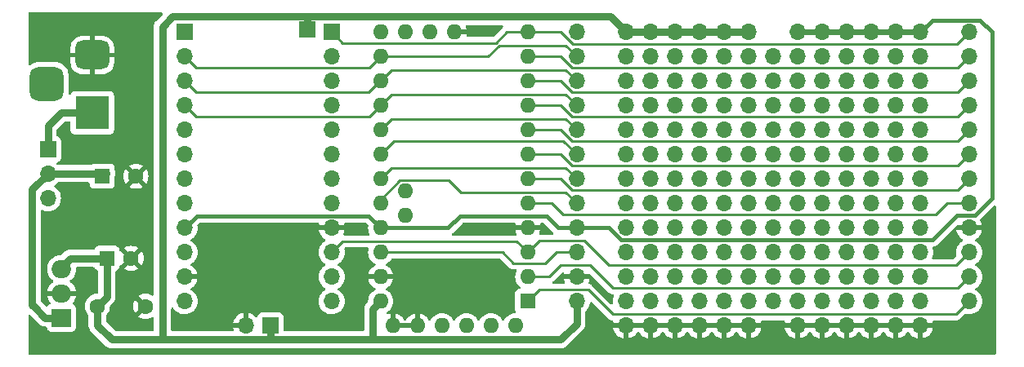
<source format=gbr>
%TF.GenerationSoftware,KiCad,Pcbnew,8.0.7*%
%TF.CreationDate,2025-05-07T21:37:47+01:00*%
%TF.ProjectId,ArduinoProMiniUSBHostProto,41726475-696e-46f5-9072-6f4d696e6955,rev?*%
%TF.SameCoordinates,Original*%
%TF.FileFunction,Copper,L1,Top*%
%TF.FilePolarity,Positive*%
%FSLAX46Y46*%
G04 Gerber Fmt 4.6, Leading zero omitted, Abs format (unit mm)*
G04 Created by KiCad (PCBNEW 8.0.7) date 2025-05-07 21:37:47*
%MOMM*%
%LPD*%
G01*
G04 APERTURE LIST*
G04 Aperture macros list*
%AMRoundRect*
0 Rectangle with rounded corners*
0 $1 Rounding radius*
0 $2 $3 $4 $5 $6 $7 $8 $9 X,Y pos of 4 corners*
0 Add a 4 corners polygon primitive as box body*
4,1,4,$2,$3,$4,$5,$6,$7,$8,$9,$2,$3,0*
0 Add four circle primitives for the rounded corners*
1,1,$1+$1,$2,$3*
1,1,$1+$1,$4,$5*
1,1,$1+$1,$6,$7*
1,1,$1+$1,$8,$9*
0 Add four rect primitives between the rounded corners*
20,1,$1+$1,$2,$3,$4,$5,0*
20,1,$1+$1,$4,$5,$6,$7,0*
20,1,$1+$1,$6,$7,$8,$9,0*
20,1,$1+$1,$8,$9,$2,$3,0*%
G04 Aperture macros list end*
%TA.AperFunction,ComponentPad*%
%ADD10O,1.700000X1.700000*%
%TD*%
%TA.AperFunction,ComponentPad*%
%ADD11R,1.600000X1.600000*%
%TD*%
%TA.AperFunction,ComponentPad*%
%ADD12O,1.600000X1.600000*%
%TD*%
%TA.AperFunction,ComponentPad*%
%ADD13R,1.700000X1.700000*%
%TD*%
%TA.AperFunction,ComponentPad*%
%ADD14R,2.000000X1.905000*%
%TD*%
%TA.AperFunction,ComponentPad*%
%ADD15O,2.000000X1.905000*%
%TD*%
%TA.AperFunction,ComponentPad*%
%ADD16C,1.600000*%
%TD*%
%TA.AperFunction,ComponentPad*%
%ADD17R,3.500000X3.500000*%
%TD*%
%TA.AperFunction,ComponentPad*%
%ADD18RoundRect,0.750000X-1.000000X0.750000X-1.000000X-0.750000X1.000000X-0.750000X1.000000X0.750000X0*%
%TD*%
%TA.AperFunction,ComponentPad*%
%ADD19RoundRect,0.875000X-0.875000X0.875000X-0.875000X-0.875000X0.875000X-0.875000X0.875000X0.875000X0*%
%TD*%
%TA.AperFunction,Conductor*%
%ADD20C,0.800000*%
%TD*%
%TA.AperFunction,Conductor*%
%ADD21C,0.250000*%
%TD*%
%TA.AperFunction,Conductor*%
%ADD22C,0.400000*%
%TD*%
%TA.AperFunction,Conductor*%
%ADD23C,0.600000*%
%TD*%
G04 APERTURE END LIST*
D10*
%TO.P,,1,Pin_12*%
%TO.N,N/C*%
X121120000Y-77940000D03*
%TD*%
%TO.P,,1,Pin_12*%
%TO.N,N/C*%
X110960000Y-55080000D03*
%TD*%
%TO.P,,1,Pin_12*%
%TO.N,N/C*%
X105880000Y-80480000D03*
%TD*%
%TO.P,,1,Pin_12*%
%TO.N,N/C*%
X108420000Y-60160000D03*
%TD*%
%TO.P,,1,Pin_12*%
%TO.N,N/C*%
X103340000Y-60160000D03*
%TD*%
%TO.P,,1,Pin_12*%
%TO.N,N/C*%
X108420000Y-55080000D03*
%TD*%
%TO.P,,1,Pin_12*%
%TO.N,N/C*%
X118580000Y-72860000D03*
%TD*%
%TO.P,,1,Pin_12*%
%TO.N,N/C*%
X121120000Y-57620000D03*
%TD*%
%TO.P,,1,Pin_12*%
%TO.N,N/C*%
X123660000Y-55080000D03*
%TD*%
%TO.P,,1,Pin_12*%
%TO.N,N/C*%
X116040000Y-60160000D03*
%TD*%
%TO.P,,1,Pin_12*%
%TO.N,N/C*%
X108420000Y-77940000D03*
%TD*%
%TO.P,,1,Pin_12*%
%TO.N,N/C*%
X123660000Y-80480000D03*
%TD*%
%TO.P,,1,Pin_12*%
%TO.N,N/C*%
X118580000Y-67780000D03*
%TD*%
%TO.P,,1,Pin_12*%
%TO.N,N/C*%
X121120000Y-62700000D03*
%TD*%
%TO.P,,1,Pin_12*%
%TO.N,N/C*%
X126200000Y-70320000D03*
%TD*%
%TO.P,,1,Pin_12*%
%TO.N,N/C*%
X121120000Y-72860000D03*
%TD*%
%TO.P,,1,Pin_12*%
%TO.N,N/C*%
X118580000Y-57620000D03*
%TD*%
%TO.P,,1,Pin_12*%
%TO.N,N/C*%
X98260000Y-55080000D03*
%TD*%
D11*
%TO.P,U1,1,D1/TX*%
%TO.N,Net-(J4-Pin_1)*%
X88100000Y-80480000D03*
D12*
%TO.P,U1,2,D0/RX*%
%TO.N,Net-(J4-Pin_2)*%
X88100000Y-77940000D03*
%TO.P,U1,3,RST*%
%TO.N,/MAX_RST*%
X88100000Y-75400000D03*
%TO.P,U1,4,GND*%
%TO.N,GND*%
X88100000Y-72860000D03*
%TO.P,U1,5,D2*%
%TO.N,Net-(J4-Pin_5)*%
X88100000Y-70320000D03*
%TO.P,U1,6,~D3*%
%TO.N,Net-(J4-Pin_6)*%
X88100000Y-67780000D03*
%TO.P,U1,7,D4*%
%TO.N,Net-(J4-Pin_7)*%
X88100000Y-65240000D03*
%TO.P,U1,8,~D5*%
%TO.N,Net-(J4-Pin_8)*%
X88100000Y-62700000D03*
%TO.P,U1,9,~D6*%
%TO.N,Net-(J4-Pin_9)*%
X88100000Y-60160000D03*
%TO.P,U1,10,D7*%
%TO.N,Net-(J4-Pin_10)*%
X88100000Y-57620000D03*
%TO.P,U1,11,D8*%
%TO.N,Net-(J4-Pin_11)*%
X88100000Y-55080000D03*
%TO.P,U1,12,~D9*%
%TO.N,/INT*%
X88100000Y-52540000D03*
%TO.P,U1,13,~D10*%
%TO.N,/SPI_SS*%
X72860000Y-52540000D03*
%TO.P,U1,14,~D11*%
%TO.N,/SPI_MOSI*%
X72860000Y-55080000D03*
%TO.P,U1,15,D12*%
%TO.N,/SPI_MISO*%
X72860000Y-57620000D03*
%TO.P,U1,16,D13*%
%TO.N,/SPI_CLK*%
X72860000Y-60160000D03*
%TO.P,U1,17,D14/A0*%
%TO.N,Net-(J5-Pin_8)*%
X72860000Y-62700000D03*
%TO.P,U1,18,D15/A1*%
%TO.N,Net-(J5-Pin_7)*%
X72860000Y-65240000D03*
%TO.P,U1,19,D16/A2*%
%TO.N,Net-(J5-Pin_6)*%
X72860000Y-67780000D03*
%TO.P,U1,20,D17/A3*%
%TO.N,Net-(J5-Pin_5)*%
X72860000Y-70320000D03*
%TO.P,U1,21,VCC*%
%TO.N,+3V3*%
X72860000Y-72860000D03*
%TO.P,U1,22,RST*%
%TO.N,Net-(J5-Pin_3)*%
X72860000Y-75400000D03*
%TO.P,U1,23,GND*%
%TO.N,GND*%
X72860000Y-77940000D03*
%TO.P,U1,24,RAW*%
%TO.N,+5V*%
X72860000Y-80480000D03*
%TO.P,U1,A4,A4*%
%TO.N,unconnected-(U1-PadA4)*%
X75400000Y-69050000D03*
%TO.P,U1,A5,A5*%
%TO.N,unconnected-(U1-PadA5)*%
X75400000Y-71590000D03*
%TO.P,U1,A6,A6*%
%TO.N,unconnected-(U1-PadA6)*%
X75400000Y-52540000D03*
%TO.P,U1,A7,A7*%
%TO.N,unconnected-(U1-PadA7)*%
X77940000Y-52540000D03*
%TO.P,U1,G,GND*%
%TO.N,GND*%
X80480000Y-52540000D03*
%TO.P,U1,H1,DTR*%
%TO.N,unconnected-(U1-DTR-PadH1)*%
X86830000Y-83020000D03*
%TO.P,U1,H2,TX*%
%TO.N,unconnected-(U1-TX-PadH2)*%
X84290000Y-83020000D03*
%TO.P,U1,H3,RX*%
%TO.N,unconnected-(U1-RX-PadH3)*%
X81750000Y-83020000D03*
%TO.P,U1,H4,VCC*%
%TO.N,unconnected-(U1-VCC-PadH4)*%
X79210000Y-83020000D03*
%TO.P,U1,H5,GND*%
%TO.N,GND*%
X76670000Y-83020000D03*
%TO.P,U1,H6,GND*%
X74130000Y-83020000D03*
%TD*%
D10*
%TO.P,,1,Pin_12*%
%TO.N,N/C*%
X116040000Y-70320000D03*
%TD*%
%TO.P,,1,Pin_12*%
%TO.N,N/C*%
X126200000Y-57620000D03*
%TD*%
%TO.P,,1,Pin_12*%
%TO.N,N/C*%
X105880000Y-67780000D03*
%TD*%
%TO.P,,1,Pin_12*%
%TO.N,N/C*%
X128740000Y-57620000D03*
%TD*%
%TO.P,,1,Pin_12*%
%TO.N,N/C*%
X103340000Y-55080000D03*
%TD*%
%TO.P,,1,Pin_12*%
%TO.N,N/C*%
X118580000Y-77940000D03*
%TD*%
%TO.P,,1,Pin_12*%
%TO.N,N/C*%
X110960000Y-57620000D03*
%TD*%
%TO.P,,1,Pin_12*%
%TO.N,N/C*%
X116040000Y-72860000D03*
%TD*%
%TO.P,,1,Pin_12*%
%TO.N,N/C*%
X116040000Y-67780000D03*
%TD*%
%TO.P,,1,Pin_12*%
%TO.N,N/C*%
X100800000Y-67780000D03*
%TD*%
%TO.P,,1,Pin_12*%
%TO.N,N/C*%
X100800000Y-70320000D03*
%TD*%
%TO.P,J10,1,Pin_1*%
%TO.N,GND*%
X98260000Y-83020000D03*
%TO.P,J10,2,Pin_2*%
X100800000Y-83020000D03*
%TO.P,J10,3,Pin_3*%
X103340000Y-83020000D03*
%TO.P,J10,4,Pin_4*%
X105880000Y-83020000D03*
%TO.P,J10,5,Pin_5*%
X108420000Y-83020000D03*
%TO.P,J10,6,Pin_6*%
X110960000Y-83020000D03*
%TD*%
%TO.P,,1,Pin_12*%
%TO.N,N/C*%
X98260000Y-60160000D03*
%TD*%
%TO.P,,1,Pin_12*%
%TO.N,N/C*%
X126200000Y-75400000D03*
%TD*%
%TO.P,,1,Pin_12*%
%TO.N,N/C*%
X110960000Y-75400000D03*
%TD*%
%TO.P,,1,Pin_12*%
%TO.N,N/C*%
X98260000Y-67780000D03*
%TD*%
%TO.P,,1,Pin_12*%
%TO.N,N/C*%
X126200000Y-55080000D03*
%TD*%
%TO.P,,1,Pin_12*%
%TO.N,N/C*%
X98260000Y-65240000D03*
%TD*%
%TO.P,,1,Pin_12*%
%TO.N,N/C*%
X100800000Y-57620000D03*
%TD*%
%TO.P,,1,Pin_12*%
%TO.N,N/C*%
X110960000Y-67780000D03*
%TD*%
%TO.P,,1,Pin_12*%
%TO.N,N/C*%
X100800000Y-62700000D03*
%TD*%
%TO.P,,1,Pin_12*%
%TO.N,N/C*%
X116040000Y-80480000D03*
%TD*%
%TO.P,,1,Pin_12*%
%TO.N,N/C*%
X108420000Y-57620000D03*
%TD*%
%TO.P,,1,Pin_12*%
%TO.N,N/C*%
X100800000Y-75400000D03*
%TD*%
%TO.P,,1,Pin_12*%
%TO.N,N/C*%
X126200000Y-77940000D03*
%TD*%
%TO.P,,1,Pin_12*%
%TO.N,N/C*%
X103340000Y-57620000D03*
%TD*%
%TO.P,,1,Pin_12*%
%TO.N,N/C*%
X98260000Y-72860000D03*
%TD*%
%TO.P,,1,Pin_12*%
%TO.N,N/C*%
X128740000Y-77940000D03*
%TD*%
%TO.P,,1,Pin_12*%
%TO.N,N/C*%
X113500000Y-70320000D03*
%TD*%
%TO.P,,1,Pin_12*%
%TO.N,N/C*%
X108420000Y-62700000D03*
%TD*%
%TO.P,,1,Pin_12*%
%TO.N,N/C*%
X123660000Y-67780000D03*
%TD*%
%TO.P,,1,Pin_12*%
%TO.N,N/C*%
X116040000Y-65240000D03*
%TD*%
%TO.P,,1,Pin_12*%
%TO.N,N/C*%
X113500000Y-57620000D03*
%TD*%
%TO.P,,1,Pin_12*%
%TO.N,N/C*%
X121120000Y-60160000D03*
%TD*%
%TO.P,,1,Pin_12*%
%TO.N,N/C*%
X103340000Y-77940000D03*
%TD*%
%TO.P,,1,Pin_12*%
%TO.N,N/C*%
X110960000Y-65240000D03*
%TD*%
D13*
%TO.P,J2,1,Pin_1*%
%TO.N,/INT*%
X67780000Y-52540000D03*
D10*
%TO.P,J2,2,Pin_2*%
%TO.N,unconnected-(J2-Pin_2-Pad2)*%
X67780000Y-55080000D03*
%TO.P,J2,3,Pin_3*%
%TO.N,unconnected-(J2-Pin_3-Pad3)*%
X67780000Y-57620000D03*
%TO.P,J2,4,Pin_4*%
%TO.N,unconnected-(J2-Pin_4-Pad4)*%
X67780000Y-60160000D03*
%TO.P,J2,5,Pin_5*%
%TO.N,unconnected-(J2-Pin_5-Pad5)*%
X67780000Y-62700000D03*
%TO.P,J2,6,Pin_6*%
%TO.N,unconnected-(J2-Pin_6-Pad6)*%
X67780000Y-65240000D03*
%TO.P,J2,7,Pin_7*%
%TO.N,unconnected-(J2-Pin_7-Pad7)*%
X67780000Y-67780000D03*
%TO.P,J2,8,Pin_8*%
%TO.N,unconnected-(J2-Pin_8-Pad8)*%
X67780000Y-70320000D03*
%TO.P,J2,9,Pin_9*%
%TO.N,GND*%
X67780000Y-72860000D03*
%TO.P,J2,10,Pin_10*%
%TO.N,/MAX_RST*%
X67780000Y-75400000D03*
%TO.P,J2,11,Pin_11*%
%TO.N,unconnected-(J2-Pin_11-Pad11)*%
X67780000Y-77940000D03*
%TO.P,J2,12,Pin_12*%
%TO.N,unconnected-(J2-Pin_12-Pad12)*%
X67780000Y-80480000D03*
%TD*%
%TO.P,,1,Pin_12*%
%TO.N,N/C*%
X113500000Y-80480000D03*
%TD*%
%TO.P,,1,Pin_12*%
%TO.N,N/C*%
X123660000Y-60160000D03*
%TD*%
%TO.P,,1,Pin_12*%
%TO.N,N/C*%
X103340000Y-72860000D03*
%TD*%
%TO.P,,1,Pin_12*%
%TO.N,N/C*%
X100800000Y-65240000D03*
%TD*%
D14*
%TO.P,U2,1,IN*%
%TO.N,VCC*%
X39800000Y-82200000D03*
D15*
%TO.P,U2,2,GND*%
%TO.N,GND*%
X39800000Y-79660000D03*
%TO.P,U2,3,OUT*%
%TO.N,+5V*%
X39800000Y-77120000D03*
%TD*%
D10*
%TO.P,,1,Pin_12*%
%TO.N,N/C*%
X108420000Y-65240000D03*
%TD*%
%TO.P,,1,Pin_12*%
%TO.N,N/C*%
X128740000Y-65240000D03*
%TD*%
%TO.P,,1,Pin_12*%
%TO.N,N/C*%
X123660000Y-75400000D03*
%TD*%
%TO.P,,1,Pin_12*%
%TO.N,N/C*%
X121120000Y-70320000D03*
%TD*%
%TO.P,,1,Pin_12*%
%TO.N,N/C*%
X100800000Y-72860000D03*
%TD*%
D13*
%TO.P,J12,1,Pin_1*%
%TO.N,+5V*%
X61430000Y-83020000D03*
D10*
%TO.P,J12,2,Pin_2*%
%TO.N,GND*%
X58890000Y-83020000D03*
%TD*%
%TO.P,,1,Pin_12*%
%TO.N,N/C*%
X116040000Y-77940000D03*
%TD*%
%TO.P,,1,Pin_12*%
%TO.N,N/C*%
X103340000Y-75400000D03*
%TD*%
%TO.P,,1,Pin_12*%
%TO.N,N/C*%
X123660000Y-57620000D03*
%TD*%
%TO.P,,1,Pin_12*%
%TO.N,N/C*%
X113500000Y-55080000D03*
%TD*%
%TO.P,,1,Pin_12*%
%TO.N,N/C*%
X126200000Y-80480000D03*
%TD*%
%TO.P,,1,Pin_12*%
%TO.N,N/C*%
X105880000Y-77940000D03*
%TD*%
%TO.P,,1,Pin_12*%
%TO.N,N/C*%
X126200000Y-62700000D03*
%TD*%
D16*
%TO.P,C3,1*%
%TO.N,+5V*%
X43500000Y-81000000D03*
%TO.P,C3,2*%
%TO.N,GND*%
X48500000Y-81000000D03*
%TD*%
D13*
%TO.P,J3,1,Pin_1*%
%TO.N,+5V*%
X65240000Y-52280000D03*
%TD*%
D10*
%TO.P,,1,Pin_12*%
%TO.N,N/C*%
X108420000Y-72860000D03*
%TD*%
%TO.P,,1,Pin_12*%
%TO.N,N/C*%
X113500000Y-75400000D03*
%TD*%
%TO.P,,1,Pin_12*%
%TO.N,N/C*%
X103340000Y-65240000D03*
%TD*%
D17*
%TO.P,J8,1*%
%TO.N,Net-(SW1-A)*%
X42990000Y-60920000D03*
D18*
%TO.P,J8,2*%
%TO.N,GND*%
X42990000Y-54920000D03*
D19*
%TO.P,J8,3*%
%TO.N,unconnected-(J8-Pad3)*%
X38290000Y-57920000D03*
%TD*%
D10*
%TO.P,,1,Pin_12*%
%TO.N,N/C*%
X110960000Y-77940000D03*
%TD*%
%TO.P,J5,1,Pin_1*%
%TO.N,+5V*%
X93180000Y-80480000D03*
%TO.P,J5,2,Pin_2*%
%TO.N,GND*%
X93180000Y-77940000D03*
%TO.P,J5,3,Pin_3*%
%TO.N,Net-(J5-Pin_3)*%
X93180000Y-75400000D03*
%TO.P,J5,4,Pin_4*%
%TO.N,+3V3*%
X93180000Y-72860000D03*
%TO.P,J5,5,Pin_5*%
%TO.N,Net-(J5-Pin_5)*%
X93180000Y-70320000D03*
%TO.P,J5,6,Pin_6*%
%TO.N,Net-(J5-Pin_6)*%
X93180000Y-67780000D03*
%TO.P,J5,7,Pin_7*%
%TO.N,Net-(J5-Pin_7)*%
X93180000Y-65240000D03*
%TO.P,J5,8,Pin_8*%
%TO.N,Net-(J5-Pin_8)*%
X93180000Y-62700000D03*
%TO.P,J5,9,Pin_9*%
%TO.N,/SPI_CLK*%
X93180000Y-60160000D03*
%TO.P,J5,10,Pin_10*%
%TO.N,/SPI_MISO*%
X93180000Y-57620000D03*
%TO.P,J5,11,Pin_11*%
%TO.N,/SPI_MOSI*%
X93180000Y-55080000D03*
%TO.P,J5,12,Pin_12*%
%TO.N,/SPI_SS*%
X93180000Y-52540000D03*
%TD*%
%TO.P,,1,Pin_12*%
%TO.N,N/C*%
X110960000Y-62700000D03*
%TD*%
%TO.P,,1,Pin_12*%
%TO.N,N/C*%
X98260000Y-80480000D03*
%TD*%
%TO.P,,1,Pin_12*%
%TO.N,N/C*%
X128740000Y-72860000D03*
%TD*%
%TO.P,,1,Pin_12*%
%TO.N,N/C*%
X108420000Y-70320000D03*
%TD*%
D13*
%TO.P,SW1,1,A*%
%TO.N,Net-(SW1-A)*%
X38390000Y-64690000D03*
D10*
%TO.P,SW1,2,B*%
%TO.N,VCC*%
X38390000Y-67230000D03*
%TO.P,SW1,3*%
%TO.N,N/C*%
X38390000Y-69770000D03*
%TD*%
D13*
%TO.P,J1,1,Pin_1*%
%TO.N,/SPI_SS*%
X52540000Y-52540000D03*
D10*
%TO.P,J1,2,Pin_2*%
%TO.N,/SPI_MOSI*%
X52540000Y-55080000D03*
%TO.P,J1,3,Pin_3*%
%TO.N,/SPI_MISO*%
X52540000Y-57620000D03*
%TO.P,J1,4,Pin_4*%
%TO.N,/SPI_CLK*%
X52540000Y-60160000D03*
%TO.P,J1,5,Pin_5*%
%TO.N,unconnected-(J1-Pin_5-Pad5)*%
X52540000Y-62700000D03*
%TO.P,J1,6,Pin_6*%
%TO.N,unconnected-(J1-Pin_6-Pad6)*%
X52540000Y-65240000D03*
%TO.P,J1,7,Pin_7*%
%TO.N,unconnected-(J1-Pin_7-Pad7)*%
X52540000Y-67780000D03*
%TO.P,J1,8,Pin_8*%
%TO.N,unconnected-(J1-Pin_8-Pad8)*%
X52540000Y-70320000D03*
%TO.P,J1,9,Pin_9*%
%TO.N,+3V3*%
X52540000Y-72860000D03*
%TO.P,J1,10,Pin_10*%
%TO.N,unconnected-(J1-Pin_10-Pad10)*%
X52540000Y-75400000D03*
%TO.P,J1,11,Pin_11*%
%TO.N,GND*%
X52540000Y-77940000D03*
%TO.P,J1,12,Pin_12*%
%TO.N,unconnected-(J1-Pin_12-Pad12)*%
X52540000Y-80480000D03*
%TD*%
%TO.P,,1,Pin_12*%
%TO.N,N/C*%
X128740000Y-70320000D03*
%TD*%
%TO.P,,1,Pin_12*%
%TO.N,N/C*%
X123660000Y-62700000D03*
%TD*%
%TO.P,,1,Pin_12*%
%TO.N,N/C*%
X128740000Y-62700000D03*
%TD*%
%TO.P,,1,Pin_12*%
%TO.N,N/C*%
X103340000Y-80480000D03*
%TD*%
%TO.P,,1,Pin_12*%
%TO.N,N/C*%
X100800000Y-60160000D03*
%TD*%
D11*
%TO.P,C1,1*%
%TO.N,VCC*%
X44000000Y-67500000D03*
D16*
%TO.P,C1,2*%
%TO.N,GND*%
X47500000Y-67500000D03*
%TD*%
D10*
%TO.P,,1,Pin_12*%
%TO.N,N/C*%
X118580000Y-75400000D03*
%TD*%
%TO.P,,1,Pin_12*%
%TO.N,N/C*%
X123660000Y-70320000D03*
%TD*%
%TO.P,,1,Pin_12*%
%TO.N,N/C*%
X110960000Y-80480000D03*
%TD*%
%TO.P,,1,Pin_12*%
%TO.N,N/C*%
X105880000Y-72860000D03*
%TD*%
%TO.P,,1,Pin_12*%
%TO.N,N/C*%
X113500000Y-60160000D03*
%TD*%
%TO.P,,1,Pin_12*%
%TO.N,N/C*%
X116040000Y-57620000D03*
%TD*%
%TO.P,,1,Pin_12*%
%TO.N,N/C*%
X108420000Y-75400000D03*
%TD*%
%TO.P,J6,1,Pin_1*%
%TO.N,+5V*%
X98260000Y-52540000D03*
%TO.P,J6,2,Pin_2*%
X100800000Y-52540000D03*
%TO.P,J6,3,Pin_3*%
X103340000Y-52540000D03*
%TO.P,J6,4,Pin_4*%
X105880000Y-52540000D03*
%TO.P,J6,5,Pin_5*%
X108420000Y-52540000D03*
%TO.P,J6,6,Pin_6*%
X110960000Y-52540000D03*
%TD*%
%TO.P,,1,Pin_12*%
%TO.N,N/C*%
X118580000Y-55080000D03*
%TD*%
%TO.P,,1,Pin_12*%
%TO.N,N/C*%
X105880000Y-62700000D03*
%TD*%
%TO.P,,1,Pin_12*%
%TO.N,N/C*%
X126200000Y-60160000D03*
%TD*%
%TO.P,,1,Pin_12*%
%TO.N,N/C*%
X98260000Y-75400000D03*
%TD*%
%TO.P,,1,Pin_12*%
%TO.N,N/C*%
X98260000Y-70320000D03*
%TD*%
%TO.P,,1,Pin_12*%
%TO.N,N/C*%
X98260000Y-77940000D03*
%TD*%
%TO.P,,1,Pin_12*%
%TO.N,N/C*%
X118580000Y-62700000D03*
%TD*%
%TO.P,,1,Pin_12*%
%TO.N,N/C*%
X126200000Y-72860000D03*
%TD*%
%TO.P,,1,Pin_12*%
%TO.N,N/C*%
X105880000Y-75400000D03*
%TD*%
%TO.P,,1,Pin_12*%
%TO.N,N/C*%
X105880000Y-65240000D03*
%TD*%
%TO.P,,1,Pin_12*%
%TO.N,N/C*%
X123660000Y-72860000D03*
%TD*%
%TO.P,,1,Pin_12*%
%TO.N,N/C*%
X128740000Y-55080000D03*
%TD*%
%TO.P,,1,Pin_12*%
%TO.N,N/C*%
X128740000Y-67780000D03*
%TD*%
%TO.P,,1,Pin_12*%
%TO.N,N/C*%
X123660000Y-77940000D03*
%TD*%
D11*
%TO.P,C2,1*%
%TO.N,+5V*%
X44500000Y-76020000D03*
D16*
%TO.P,C2,2*%
%TO.N,GND*%
X47000000Y-76020000D03*
%TD*%
D10*
%TO.P,,1,Pin_12*%
%TO.N,N/C*%
X121120000Y-80480000D03*
%TD*%
%TO.P,,1,Pin_12*%
%TO.N,N/C*%
X128740000Y-80480000D03*
%TD*%
%TO.P,,1,Pin_12*%
%TO.N,N/C*%
X108420000Y-80480000D03*
%TD*%
%TO.P,,1,Pin_12*%
%TO.N,N/C*%
X110960000Y-60160000D03*
%TD*%
%TO.P,,1,Pin_12*%
%TO.N,N/C*%
X105880000Y-57620000D03*
%TD*%
%TO.P,,1,Pin_12*%
%TO.N,N/C*%
X121120000Y-67780000D03*
%TD*%
%TO.P,,1,Pin_12*%
%TO.N,N/C*%
X118580000Y-80480000D03*
%TD*%
%TO.P,,1,Pin_12*%
%TO.N,N/C*%
X100800000Y-80480000D03*
%TD*%
%TO.P,,1,Pin_12*%
%TO.N,N/C*%
X123660000Y-65240000D03*
%TD*%
%TO.P,J11,1,Pin_1*%
%TO.N,GND*%
X116040000Y-83020000D03*
%TO.P,J11,2,Pin_2*%
X118580000Y-83020000D03*
%TO.P,J11,3,Pin_3*%
X121120000Y-83020000D03*
%TO.P,J11,4,Pin_4*%
X123660000Y-83020000D03*
%TO.P,J11,5,Pin_5*%
X126200000Y-83020000D03*
%TO.P,J11,6,Pin_6*%
X128740000Y-83020000D03*
%TD*%
%TO.P,,1,Pin_12*%
%TO.N,N/C*%
X98260000Y-57620000D03*
%TD*%
%TO.P,,1,Pin_12*%
%TO.N,N/C*%
X113500000Y-67780000D03*
%TD*%
%TO.P,,1,Pin_12*%
%TO.N,N/C*%
X100800000Y-77940000D03*
%TD*%
%TO.P,,1,Pin_12*%
%TO.N,N/C*%
X108420000Y-67780000D03*
%TD*%
%TO.P,,1,Pin_12*%
%TO.N,N/C*%
X103340000Y-70320000D03*
%TD*%
%TO.P,,1,Pin_12*%
%TO.N,N/C*%
X110960000Y-70320000D03*
%TD*%
%TO.P,,1,Pin_12*%
%TO.N,N/C*%
X116040000Y-62700000D03*
%TD*%
%TO.P,,1,Pin_12*%
%TO.N,N/C*%
X116040000Y-75400000D03*
%TD*%
%TO.P,J4,1,Pin_1*%
%TO.N,Net-(J4-Pin_1)*%
X133820000Y-80480000D03*
%TO.P,J4,2,Pin_2*%
%TO.N,Net-(J4-Pin_2)*%
X133820000Y-77940000D03*
%TO.P,J4,3,Pin_3*%
%TO.N,/MAX_RST*%
X133820000Y-75400000D03*
%TO.P,J4,4,Pin_4*%
%TO.N,GND*%
X133820000Y-72860000D03*
%TO.P,J4,5,Pin_5*%
%TO.N,Net-(J4-Pin_5)*%
X133820000Y-70320000D03*
%TO.P,J4,6,Pin_6*%
%TO.N,Net-(J4-Pin_6)*%
X133820000Y-67780000D03*
%TO.P,J4,7,Pin_7*%
%TO.N,Net-(J4-Pin_7)*%
X133820000Y-65240000D03*
%TO.P,J4,8,Pin_8*%
%TO.N,Net-(J4-Pin_8)*%
X133820000Y-62700000D03*
%TO.P,J4,9,Pin_9*%
%TO.N,Net-(J4-Pin_9)*%
X133820000Y-60160000D03*
%TO.P,J4,10,Pin_10*%
%TO.N,Net-(J4-Pin_10)*%
X133820000Y-57620000D03*
%TO.P,J4,11,Pin_11*%
%TO.N,Net-(J4-Pin_11)*%
X133820000Y-55080000D03*
%TO.P,J4,12,Pin_12*%
%TO.N,/INT*%
X133820000Y-52540000D03*
%TD*%
%TO.P,,1,Pin_12*%
%TO.N,N/C*%
X103340000Y-67780000D03*
%TD*%
%TO.P,,1,Pin_12*%
%TO.N,N/C*%
X121120000Y-55080000D03*
%TD*%
%TO.P,,1,Pin_12*%
%TO.N,N/C*%
X105880000Y-55080000D03*
%TD*%
%TO.P,,1,Pin_12*%
%TO.N,N/C*%
X100800000Y-55080000D03*
%TD*%
%TO.P,J7,1,Pin_1*%
%TO.N,+3V3*%
X116040000Y-52540000D03*
%TO.P,J7,2,Pin_2*%
X118580000Y-52540000D03*
%TO.P,J7,3,Pin_3*%
X121120000Y-52540000D03*
%TO.P,J7,4,Pin_4*%
X123660000Y-52540000D03*
%TO.P,J7,5,Pin_5*%
X126200000Y-52540000D03*
%TO.P,J7,6,Pin_6*%
X128740000Y-52540000D03*
%TD*%
%TO.P,,1,Pin_12*%
%TO.N,N/C*%
X113500000Y-77940000D03*
%TD*%
%TO.P,,1,Pin_12*%
%TO.N,N/C*%
X113500000Y-72860000D03*
%TD*%
%TO.P,,1,Pin_12*%
%TO.N,N/C*%
X103340000Y-62700000D03*
%TD*%
%TO.P,,1,Pin_12*%
%TO.N,N/C*%
X128740000Y-60160000D03*
%TD*%
%TO.P,,1,Pin_12*%
%TO.N,N/C*%
X126200000Y-67780000D03*
%TD*%
%TO.P,,1,Pin_12*%
%TO.N,N/C*%
X116040000Y-55080000D03*
%TD*%
%TO.P,,1,Pin_12*%
%TO.N,N/C*%
X98260000Y-62700000D03*
%TD*%
%TO.P,,1,Pin_12*%
%TO.N,N/C*%
X105880000Y-60160000D03*
%TD*%
%TO.P,,1,Pin_12*%
%TO.N,N/C*%
X118580000Y-70320000D03*
%TD*%
%TO.P,,1,Pin_12*%
%TO.N,N/C*%
X121120000Y-75400000D03*
%TD*%
%TO.P,,1,Pin_12*%
%TO.N,N/C*%
X121120000Y-65240000D03*
%TD*%
%TO.P,,1,Pin_12*%
%TO.N,N/C*%
X105880000Y-70320000D03*
%TD*%
%TO.P,,1,Pin_12*%
%TO.N,N/C*%
X128740000Y-75400000D03*
%TD*%
%TO.P,,1,Pin_12*%
%TO.N,N/C*%
X110960000Y-72860000D03*
%TD*%
%TO.P,,1,Pin_12*%
%TO.N,N/C*%
X118580000Y-60160000D03*
%TD*%
%TO.P,,1,Pin_12*%
%TO.N,N/C*%
X118580000Y-65240000D03*
%TD*%
%TO.P,,1,Pin_12*%
%TO.N,N/C*%
X126200000Y-65240000D03*
%TD*%
%TO.P,,1,Pin_12*%
%TO.N,N/C*%
X113500000Y-62700000D03*
%TD*%
%TO.P,,1,Pin_12*%
%TO.N,N/C*%
X113500000Y-65240000D03*
%TD*%
D20*
%TO.N,VCC*%
X36750000Y-80840000D02*
X36750000Y-68870000D01*
X38390000Y-67230000D02*
X44420000Y-67230000D01*
X36960000Y-81050000D02*
X38110000Y-82200000D01*
X38110000Y-82200000D02*
X39625000Y-82200000D01*
X36940000Y-81050000D02*
X36960000Y-81050000D01*
X36960000Y-81050000D02*
X36750000Y-80840000D01*
X36750000Y-68870000D02*
X38390000Y-67230000D01*
X44420000Y-67230000D02*
X44470000Y-67180000D01*
%TO.N,+5V*%
X50260000Y-68220000D02*
X50260000Y-84420000D01*
X50260000Y-84420000D02*
X50310000Y-84470000D01*
X44990000Y-84470000D02*
X50310000Y-84470000D01*
X44500000Y-80000000D02*
X43500000Y-81000000D01*
X44500000Y-76020000D02*
X44500000Y-80000000D01*
X50260000Y-68220000D02*
X50260000Y-51960000D01*
X93180000Y-82780000D02*
X93180000Y-80480000D01*
X91490000Y-84470000D02*
X93180000Y-82780000D01*
X43500000Y-82980000D02*
X44990000Y-84470000D01*
X65240000Y-52280000D02*
X65270000Y-52250000D01*
X61430000Y-84400000D02*
X61500000Y-84470000D01*
X65270000Y-52250000D02*
X65270000Y-50930000D01*
X43500000Y-81000000D02*
X43500000Y-82980000D01*
X72860000Y-80480000D02*
X72060001Y-81279999D01*
X72060001Y-84419999D02*
X72060000Y-84420000D01*
X51290000Y-50930000D02*
X65270000Y-50930000D01*
X50310000Y-84470000D02*
X61500000Y-84470000D01*
X96650000Y-50930000D02*
X98260000Y-52540000D01*
X40725000Y-76020000D02*
X39625000Y-77120000D01*
X65270000Y-50930000D02*
X96650000Y-50930000D01*
X50260000Y-51960000D02*
X51290000Y-50930000D01*
X72060001Y-81279999D02*
X72060001Y-84419999D01*
X110960000Y-52540000D02*
X98260000Y-52540000D01*
X61430000Y-83020000D02*
X61430000Y-84400000D01*
X40725000Y-76020000D02*
X44500000Y-76020000D01*
X61500000Y-84470000D02*
X91490000Y-84470000D01*
D21*
%TO.N,/SPI_CLK*%
X53715000Y-61335000D02*
X52540000Y-60160000D01*
X92055000Y-59035000D02*
X93180000Y-60160000D01*
X71685000Y-61335000D02*
X53715000Y-61335000D01*
X72860000Y-60160000D02*
X73985000Y-59035000D01*
X73985000Y-59035000D02*
X92055000Y-59035000D01*
X72860000Y-60160000D02*
X71685000Y-61335000D01*
%TO.N,/SPI_MISO*%
X72860000Y-57620000D02*
X72780000Y-57620000D01*
X53715000Y-58795000D02*
X52540000Y-57620000D01*
X92055000Y-56495000D02*
X93180000Y-57620000D01*
X72860000Y-57620000D02*
X73985000Y-56495000D01*
X71605000Y-58795000D02*
X53715000Y-58795000D01*
X73985000Y-56495000D02*
X92055000Y-56495000D01*
X72780000Y-57620000D02*
X71605000Y-58795000D01*
%TO.N,/SPI_MOSI*%
X72860000Y-55080000D02*
X71685000Y-56255000D01*
X92055000Y-53955000D02*
X85135000Y-53955000D01*
X85135000Y-53955000D02*
X84010000Y-55080000D01*
X93180000Y-55080000D02*
X92055000Y-53955000D01*
X71685000Y-56255000D02*
X53715000Y-56255000D01*
X84010000Y-55080000D02*
X72860000Y-55080000D01*
X53715000Y-56255000D02*
X52540000Y-55080000D01*
D22*
%TO.N,+3V3*%
X81060000Y-71660000D02*
X90040000Y-71660000D01*
X97742233Y-74110000D02*
X130040000Y-74110000D01*
X79860000Y-72860000D02*
X81060000Y-71660000D01*
X136170000Y-69790000D02*
X136170000Y-52500000D01*
X130040000Y-74110000D02*
X132580000Y-71570000D01*
X132580000Y-71570000D02*
X134390000Y-71570000D01*
X71610000Y-71610000D02*
X72860000Y-72860000D01*
X91240000Y-72860000D02*
X93180000Y-72860000D01*
X96492233Y-72860000D02*
X97742233Y-74110000D01*
D23*
X128740000Y-52540000D02*
X116040000Y-52540000D01*
D22*
X53790000Y-71610000D02*
X71610000Y-71610000D01*
X134960000Y-51290000D02*
X129990000Y-51290000D01*
X90040000Y-71660000D02*
X91240000Y-72860000D01*
X52540000Y-72860000D02*
X53790000Y-71610000D01*
X93180000Y-72860000D02*
X96492233Y-72860000D01*
X72860000Y-72860000D02*
X79860000Y-72860000D01*
X136170000Y-52500000D02*
X134960000Y-51290000D01*
X129990000Y-51290000D02*
X128740000Y-52540000D01*
X134390000Y-71570000D02*
X136170000Y-69790000D01*
D21*
%TO.N,/MAX_RST*%
X68905000Y-74275000D02*
X86975000Y-74275000D01*
X89310000Y-74190000D02*
X88100000Y-75400000D01*
X67780000Y-75400000D02*
X68905000Y-74275000D01*
X132486701Y-76733299D02*
X133820000Y-75400000D01*
X86975000Y-74275000D02*
X88100000Y-75400000D01*
X96473299Y-76733299D02*
X132486701Y-76733299D01*
X93930000Y-74190000D02*
X89310000Y-74190000D01*
X93930000Y-74190000D02*
X96473299Y-76733299D01*
%TO.N,/INT*%
X68905000Y-53665000D02*
X84788604Y-53665000D01*
X92748299Y-53770000D02*
X132590000Y-53770000D01*
X85913604Y-52540000D02*
X88100000Y-52540000D01*
X84788604Y-53665000D02*
X85913604Y-52540000D01*
X88100000Y-52540000D02*
X91518299Y-52540000D01*
X132590000Y-53770000D02*
X133820000Y-52540000D01*
X91518299Y-52540000D02*
X92748299Y-53770000D01*
X67780000Y-52540000D02*
X68905000Y-53665000D01*
%TO.N,Net-(J4-Pin_5)*%
X90615000Y-70320000D02*
X91790000Y-71495000D01*
X133820000Y-70320000D02*
X131535000Y-70320000D01*
X131535000Y-70320000D02*
X130360000Y-71495000D01*
X130360000Y-71495000D02*
X91790000Y-71495000D01*
X88100000Y-70320000D02*
X90615000Y-70320000D01*
%TO.N,Net-(J4-Pin_6)*%
X88100000Y-67780000D02*
X91518299Y-67780000D01*
X91518299Y-67780000D02*
X92693299Y-68955000D01*
X92693299Y-68955000D02*
X132645000Y-68955000D01*
X132645000Y-68955000D02*
X133820000Y-67780000D01*
%TO.N,Net-(J4-Pin_7)*%
X91518299Y-65240000D02*
X92693299Y-66415000D01*
X132645000Y-66415000D02*
X133820000Y-65240000D01*
X92693299Y-66415000D02*
X132645000Y-66415000D01*
X88100000Y-65240000D02*
X91518299Y-65240000D01*
%TO.N,Net-(J4-Pin_10)*%
X132645000Y-58795000D02*
X133820000Y-57620000D01*
X91518299Y-57620000D02*
X92693299Y-58795000D01*
X92693299Y-58795000D02*
X132645000Y-58795000D01*
X88100000Y-57620000D02*
X91518299Y-57620000D01*
%TO.N,Net-(J4-Pin_1)*%
X94355000Y-79305000D02*
X89275000Y-79305000D01*
X132455000Y-81845000D02*
X96895000Y-81845000D01*
X89275000Y-79305000D02*
X88100000Y-80480000D01*
X96895000Y-81845000D02*
X94355000Y-79305000D01*
X133820000Y-80480000D02*
X132455000Y-81845000D01*
%TO.N,Net-(J4-Pin_11)*%
X91518299Y-55080000D02*
X92693299Y-56255000D01*
X88100000Y-55080000D02*
X91518299Y-55080000D01*
X132645000Y-56255000D02*
X133820000Y-55080000D01*
X92693299Y-56255000D02*
X132645000Y-56255000D01*
%TO.N,Net-(J4-Pin_8)*%
X132645000Y-63875000D02*
X133820000Y-62700000D01*
X91518299Y-62700000D02*
X92693299Y-63875000D01*
X92693299Y-63875000D02*
X132645000Y-63875000D01*
X88100000Y-62700000D02*
X91518299Y-62700000D01*
%TO.N,Net-(J4-Pin_9)*%
X92693299Y-61335000D02*
X132645000Y-61335000D01*
X88100000Y-60160000D02*
X91518299Y-60160000D01*
X132645000Y-61335000D02*
X133820000Y-60160000D01*
X91518299Y-60160000D02*
X92693299Y-61335000D01*
%TO.N,Net-(J4-Pin_2)*%
X133820000Y-77940000D02*
X132645000Y-79115000D01*
X91515000Y-76765000D02*
X90340000Y-77940000D01*
X96900000Y-79115000D02*
X94550000Y-76765000D01*
X94550000Y-76765000D02*
X91515000Y-76765000D01*
X132645000Y-79115000D02*
X96900000Y-79115000D01*
X90340000Y-77940000D02*
X88100000Y-77940000D01*
%TO.N,Net-(J5-Pin_3)*%
X86580000Y-76525000D02*
X89935000Y-76525000D01*
X91060000Y-75400000D02*
X93180000Y-75400000D01*
X72860000Y-75400000D02*
X85455000Y-75400000D01*
X85455000Y-75400000D02*
X86580000Y-76525000D01*
X89935000Y-76525000D02*
X91060000Y-75400000D01*
%TO.N,Net-(J5-Pin_5)*%
X72860000Y-69930000D02*
X72860000Y-70320000D01*
X81185000Y-69195000D02*
X79915000Y-67925000D01*
X74865000Y-67925000D02*
X72860000Y-69930000D01*
X79915000Y-67925000D02*
X74865000Y-67925000D01*
X81185000Y-69195000D02*
X92055000Y-69195000D01*
X92055000Y-69195000D02*
X93180000Y-70320000D01*
%TO.N,Net-(J5-Pin_6)*%
X92055000Y-66655000D02*
X93180000Y-67780000D01*
X73985000Y-66655000D02*
X92055000Y-66655000D01*
X72860000Y-67780000D02*
X73985000Y-66655000D01*
%TO.N,Net-(J5-Pin_8)*%
X92055000Y-61575000D02*
X93180000Y-62700000D01*
X73985000Y-61575000D02*
X92055000Y-61575000D01*
X72860000Y-62700000D02*
X73985000Y-61575000D01*
%TO.N,Net-(J5-Pin_7)*%
X74275000Y-63825000D02*
X91765000Y-63825000D01*
X91765000Y-63825000D02*
X93180000Y-65240000D01*
X72860000Y-65240000D02*
X74275000Y-63825000D01*
D20*
%TO.N,Net-(SW1-A)*%
X38390000Y-62270000D02*
X38390000Y-64690000D01*
X42990000Y-60920000D02*
X39740000Y-60920000D01*
X39740000Y-60920000D02*
X38390000Y-62270000D01*
%TD*%
%TA.AperFunction,Conductor*%
%TO.N,GND*%
G36*
X136518834Y-70534336D02*
G01*
X136574767Y-70576208D01*
X136599184Y-70641672D01*
X136599500Y-70650518D01*
X136599500Y-85875500D01*
X136579815Y-85942539D01*
X136527011Y-85988294D01*
X136475500Y-85999500D01*
X36474500Y-85999500D01*
X36407461Y-85979815D01*
X36361706Y-85927011D01*
X36350500Y-85875500D01*
X36350500Y-82013361D01*
X36370185Y-81946322D01*
X36422989Y-81900567D01*
X36492147Y-81890623D01*
X36555703Y-81919648D01*
X36562168Y-81925668D01*
X37410536Y-82774035D01*
X37535965Y-82899464D01*
X37683453Y-82998013D01*
X37683454Y-82998013D01*
X37683455Y-82998014D01*
X37683457Y-82998015D01*
X37726821Y-83015977D01*
X37726822Y-83015977D01*
X37847334Y-83065895D01*
X38021304Y-83100499D01*
X38021308Y-83100500D01*
X38021309Y-83100500D01*
X38177380Y-83100500D01*
X38244419Y-83120185D01*
X38290174Y-83172989D01*
X38300670Y-83211247D01*
X38305908Y-83259983D01*
X38356202Y-83394828D01*
X38356206Y-83394835D01*
X38442452Y-83510044D01*
X38442455Y-83510047D01*
X38557664Y-83596293D01*
X38557671Y-83596297D01*
X38692517Y-83646591D01*
X38692516Y-83646591D01*
X38699444Y-83647335D01*
X38752127Y-83653000D01*
X40847872Y-83652999D01*
X40907483Y-83646591D01*
X41042331Y-83596296D01*
X41157546Y-83510046D01*
X41243796Y-83394831D01*
X41294091Y-83259983D01*
X41300500Y-83200373D01*
X41300499Y-81199628D01*
X41294843Y-81147011D01*
X41294091Y-81140016D01*
X41243797Y-81005171D01*
X41243793Y-81005164D01*
X41157547Y-80889955D01*
X41157544Y-80889952D01*
X41042335Y-80803706D01*
X41042326Y-80803701D01*
X41013974Y-80793127D01*
X40958040Y-80751257D01*
X40933622Y-80685792D01*
X40948473Y-80617519D01*
X40956988Y-80604059D01*
X41089788Y-80421276D01*
X41193582Y-80217570D01*
X41264234Y-80000128D01*
X41278509Y-79910000D01*
X40290748Y-79910000D01*
X40312518Y-79872292D01*
X40350000Y-79732409D01*
X40350000Y-79587591D01*
X40312518Y-79447708D01*
X40290748Y-79410000D01*
X41278509Y-79410000D01*
X41264234Y-79319871D01*
X41193582Y-79102429D01*
X41089788Y-78898723D01*
X40955402Y-78713757D01*
X40793742Y-78552097D01*
X40709135Y-78490626D01*
X40666470Y-78435296D01*
X40660491Y-78365682D01*
X40693097Y-78303887D01*
X40709125Y-78289999D01*
X40794066Y-78228286D01*
X40955786Y-78066566D01*
X41090217Y-77881538D01*
X41194048Y-77677758D01*
X41253861Y-77493673D01*
X41264721Y-77460249D01*
X41264721Y-77460248D01*
X41264722Y-77460245D01*
X41300500Y-77234354D01*
X41300500Y-77044500D01*
X41320185Y-76977461D01*
X41372989Y-76931706D01*
X41424500Y-76920500D01*
X43117209Y-76920500D01*
X43184248Y-76940185D01*
X43230003Y-76992989D01*
X43233391Y-77001167D01*
X43256202Y-77062328D01*
X43256206Y-77062335D01*
X43342452Y-77177544D01*
X43342455Y-77177547D01*
X43457664Y-77263793D01*
X43457669Y-77263796D01*
X43518833Y-77286608D01*
X43574766Y-77328478D01*
X43599184Y-77393942D01*
X43599500Y-77402790D01*
X43599500Y-79572201D01*
X43579815Y-79639240D01*
X43527011Y-79684995D01*
X43486308Y-79695729D01*
X43273312Y-79714364D01*
X43273302Y-79714366D01*
X43053511Y-79773258D01*
X43053502Y-79773261D01*
X42847267Y-79869431D01*
X42847265Y-79869432D01*
X42660858Y-79999954D01*
X42499954Y-80160858D01*
X42369432Y-80347265D01*
X42369431Y-80347267D01*
X42273261Y-80553502D01*
X42273258Y-80553511D01*
X42214366Y-80773302D01*
X42214364Y-80773313D01*
X42194532Y-80999998D01*
X42194532Y-81000001D01*
X42214364Y-81226686D01*
X42214366Y-81226697D01*
X42273258Y-81446488D01*
X42273261Y-81446497D01*
X42369431Y-81652732D01*
X42369432Y-81652734D01*
X42499951Y-81839137D01*
X42499952Y-81839138D01*
X42499953Y-81839139D01*
X42563182Y-81902368D01*
X42596666Y-81963689D01*
X42599500Y-81990048D01*
X42599500Y-83068695D01*
X42634103Y-83242658D01*
X42634106Y-83242670D01*
X42650674Y-83282667D01*
X42701985Y-83406544D01*
X42742040Y-83466491D01*
X42742041Y-83466492D01*
X42742044Y-83466496D01*
X42771142Y-83510044D01*
X42800537Y-83554038D01*
X44415961Y-85169462D01*
X44415964Y-85169464D01*
X44458691Y-85198013D01*
X44563453Y-85268013D01*
X44645393Y-85301953D01*
X44727334Y-85335895D01*
X44901303Y-85370499D01*
X44901307Y-85370500D01*
X44901308Y-85370500D01*
X91578693Y-85370500D01*
X91578694Y-85370499D01*
X91752666Y-85335895D01*
X91834606Y-85301953D01*
X91916547Y-85268013D01*
X92021309Y-85198013D01*
X92064036Y-85169464D01*
X93879464Y-83354036D01*
X93918936Y-83294959D01*
X93978013Y-83206547D01*
X94035114Y-83068692D01*
X94045895Y-83042666D01*
X94080500Y-82868692D01*
X94080500Y-82691308D01*
X94080500Y-81540758D01*
X94100185Y-81473719D01*
X94116819Y-81453077D01*
X94123579Y-81446317D01*
X94218495Y-81351401D01*
X94354035Y-81157830D01*
X94453903Y-80943663D01*
X94515063Y-80715408D01*
X94521312Y-80643982D01*
X94546763Y-80578916D01*
X94603353Y-80537937D01*
X94673115Y-80534058D01*
X94732519Y-80567109D01*
X96409141Y-82243732D01*
X96409142Y-82243733D01*
X96496267Y-82330858D01*
X96573133Y-82382218D01*
X96598714Y-82399311D01*
X96712548Y-82446463D01*
X96833388Y-82470499D01*
X96833392Y-82470500D01*
X96848015Y-82470500D01*
X96915054Y-82490185D01*
X96960809Y-82542989D01*
X96970753Y-82612147D01*
X96967790Y-82626594D01*
X96929364Y-82769999D01*
X96929364Y-82770000D01*
X97826988Y-82770000D01*
X97794075Y-82827007D01*
X97760000Y-82954174D01*
X97760000Y-83085826D01*
X97794075Y-83212993D01*
X97826988Y-83270000D01*
X96929364Y-83270000D01*
X96986567Y-83483486D01*
X96986570Y-83483492D01*
X97086399Y-83697578D01*
X97221894Y-83891082D01*
X97388917Y-84058105D01*
X97582421Y-84193600D01*
X97796507Y-84293429D01*
X97796516Y-84293433D01*
X98010000Y-84350634D01*
X98010000Y-83453012D01*
X98067007Y-83485925D01*
X98194174Y-83520000D01*
X98325826Y-83520000D01*
X98452993Y-83485925D01*
X98510000Y-83453012D01*
X98510000Y-84350633D01*
X98723483Y-84293433D01*
X98723492Y-84293429D01*
X98937578Y-84193600D01*
X99131082Y-84058105D01*
X99298105Y-83891082D01*
X99428425Y-83704968D01*
X99483002Y-83661344D01*
X99552501Y-83654151D01*
X99614855Y-83685673D01*
X99631575Y-83704968D01*
X99761894Y-83891082D01*
X99928917Y-84058105D01*
X100122421Y-84193600D01*
X100336507Y-84293429D01*
X100336516Y-84293433D01*
X100550000Y-84350634D01*
X100550000Y-83453012D01*
X100607007Y-83485925D01*
X100734174Y-83520000D01*
X100865826Y-83520000D01*
X100992993Y-83485925D01*
X101050000Y-83453012D01*
X101050000Y-84350633D01*
X101263483Y-84293433D01*
X101263492Y-84293429D01*
X101477578Y-84193600D01*
X101671082Y-84058105D01*
X101838105Y-83891082D01*
X101968425Y-83704968D01*
X102023002Y-83661344D01*
X102092501Y-83654151D01*
X102154855Y-83685673D01*
X102171575Y-83704968D01*
X102301894Y-83891082D01*
X102468917Y-84058105D01*
X102662421Y-84193600D01*
X102876507Y-84293429D01*
X102876516Y-84293433D01*
X103090000Y-84350634D01*
X103090000Y-83453012D01*
X103147007Y-83485925D01*
X103274174Y-83520000D01*
X103405826Y-83520000D01*
X103532993Y-83485925D01*
X103590000Y-83453012D01*
X103590000Y-84350633D01*
X103803483Y-84293433D01*
X103803492Y-84293429D01*
X104017578Y-84193600D01*
X104211082Y-84058105D01*
X104378105Y-83891082D01*
X104508425Y-83704968D01*
X104563002Y-83661344D01*
X104632501Y-83654151D01*
X104694855Y-83685673D01*
X104711575Y-83704968D01*
X104841894Y-83891082D01*
X105008917Y-84058105D01*
X105202421Y-84193600D01*
X105416507Y-84293429D01*
X105416516Y-84293433D01*
X105630000Y-84350634D01*
X105630000Y-83453012D01*
X105687007Y-83485925D01*
X105814174Y-83520000D01*
X105945826Y-83520000D01*
X106072993Y-83485925D01*
X106130000Y-83453012D01*
X106130000Y-84350633D01*
X106343483Y-84293433D01*
X106343492Y-84293429D01*
X106557578Y-84193600D01*
X106751082Y-84058105D01*
X106918105Y-83891082D01*
X107048425Y-83704968D01*
X107103002Y-83661344D01*
X107172501Y-83654151D01*
X107234855Y-83685673D01*
X107251575Y-83704968D01*
X107381894Y-83891082D01*
X107548917Y-84058105D01*
X107742421Y-84193600D01*
X107956507Y-84293429D01*
X107956516Y-84293433D01*
X108170000Y-84350634D01*
X108170000Y-83453012D01*
X108227007Y-83485925D01*
X108354174Y-83520000D01*
X108485826Y-83520000D01*
X108612993Y-83485925D01*
X108670000Y-83453012D01*
X108670000Y-84350633D01*
X108883483Y-84293433D01*
X108883492Y-84293429D01*
X109097578Y-84193600D01*
X109291082Y-84058105D01*
X109458105Y-83891082D01*
X109588425Y-83704968D01*
X109643002Y-83661344D01*
X109712501Y-83654151D01*
X109774855Y-83685673D01*
X109791575Y-83704968D01*
X109921894Y-83891082D01*
X110088917Y-84058105D01*
X110282421Y-84193600D01*
X110496507Y-84293429D01*
X110496516Y-84293433D01*
X110710000Y-84350634D01*
X110710000Y-83453012D01*
X110767007Y-83485925D01*
X110894174Y-83520000D01*
X111025826Y-83520000D01*
X111152993Y-83485925D01*
X111210000Y-83453012D01*
X111210000Y-84350633D01*
X111423483Y-84293433D01*
X111423492Y-84293429D01*
X111637578Y-84193600D01*
X111831082Y-84058105D01*
X111998105Y-83891082D01*
X112133600Y-83697578D01*
X112233429Y-83483492D01*
X112233432Y-83483486D01*
X112290636Y-83270000D01*
X111393012Y-83270000D01*
X111425925Y-83212993D01*
X111460000Y-83085826D01*
X111460000Y-82954174D01*
X111425925Y-82827007D01*
X111393012Y-82770000D01*
X112290636Y-82770000D01*
X112290635Y-82769999D01*
X112252210Y-82626594D01*
X112253873Y-82556744D01*
X112293035Y-82498881D01*
X112357264Y-82471377D01*
X112371985Y-82470500D01*
X114628015Y-82470500D01*
X114695054Y-82490185D01*
X114740809Y-82542989D01*
X114750753Y-82612147D01*
X114747790Y-82626594D01*
X114709364Y-82769999D01*
X114709364Y-82770000D01*
X115606988Y-82770000D01*
X115574075Y-82827007D01*
X115540000Y-82954174D01*
X115540000Y-83085826D01*
X115574075Y-83212993D01*
X115606988Y-83270000D01*
X114709364Y-83270000D01*
X114766567Y-83483486D01*
X114766570Y-83483492D01*
X114866399Y-83697578D01*
X115001894Y-83891082D01*
X115168917Y-84058105D01*
X115362421Y-84193600D01*
X115576507Y-84293429D01*
X115576516Y-84293433D01*
X115790000Y-84350634D01*
X115790000Y-83453012D01*
X115847007Y-83485925D01*
X115974174Y-83520000D01*
X116105826Y-83520000D01*
X116232993Y-83485925D01*
X116290000Y-83453012D01*
X116290000Y-84350633D01*
X116503483Y-84293433D01*
X116503492Y-84293429D01*
X116717578Y-84193600D01*
X116911082Y-84058105D01*
X117078105Y-83891082D01*
X117208425Y-83704968D01*
X117263002Y-83661344D01*
X117332501Y-83654151D01*
X117394855Y-83685673D01*
X117411575Y-83704968D01*
X117541894Y-83891082D01*
X117708917Y-84058105D01*
X117902421Y-84193600D01*
X118116507Y-84293429D01*
X118116516Y-84293433D01*
X118330000Y-84350634D01*
X118330000Y-83453012D01*
X118387007Y-83485925D01*
X118514174Y-83520000D01*
X118645826Y-83520000D01*
X118772993Y-83485925D01*
X118830000Y-83453012D01*
X118830000Y-84350633D01*
X119043483Y-84293433D01*
X119043492Y-84293429D01*
X119257578Y-84193600D01*
X119451082Y-84058105D01*
X119618105Y-83891082D01*
X119748425Y-83704968D01*
X119803002Y-83661344D01*
X119872501Y-83654151D01*
X119934855Y-83685673D01*
X119951575Y-83704968D01*
X120081894Y-83891082D01*
X120248917Y-84058105D01*
X120442421Y-84193600D01*
X120656507Y-84293429D01*
X120656516Y-84293433D01*
X120870000Y-84350634D01*
X120870000Y-83453012D01*
X120927007Y-83485925D01*
X121054174Y-83520000D01*
X121185826Y-83520000D01*
X121312993Y-83485925D01*
X121370000Y-83453012D01*
X121370000Y-84350633D01*
X121583483Y-84293433D01*
X121583492Y-84293429D01*
X121797578Y-84193600D01*
X121991082Y-84058105D01*
X122158105Y-83891082D01*
X122288425Y-83704968D01*
X122343002Y-83661344D01*
X122412501Y-83654151D01*
X122474855Y-83685673D01*
X122491575Y-83704968D01*
X122621894Y-83891082D01*
X122788917Y-84058105D01*
X122982421Y-84193600D01*
X123196507Y-84293429D01*
X123196516Y-84293433D01*
X123410000Y-84350634D01*
X123410000Y-83453012D01*
X123467007Y-83485925D01*
X123594174Y-83520000D01*
X123725826Y-83520000D01*
X123852993Y-83485925D01*
X123910000Y-83453012D01*
X123910000Y-84350633D01*
X124123483Y-84293433D01*
X124123492Y-84293429D01*
X124337578Y-84193600D01*
X124531082Y-84058105D01*
X124698105Y-83891082D01*
X124828425Y-83704968D01*
X124883002Y-83661344D01*
X124952501Y-83654151D01*
X125014855Y-83685673D01*
X125031575Y-83704968D01*
X125161894Y-83891082D01*
X125328917Y-84058105D01*
X125522421Y-84193600D01*
X125736507Y-84293429D01*
X125736516Y-84293433D01*
X125950000Y-84350634D01*
X125950000Y-83453012D01*
X126007007Y-83485925D01*
X126134174Y-83520000D01*
X126265826Y-83520000D01*
X126392993Y-83485925D01*
X126450000Y-83453012D01*
X126450000Y-84350634D01*
X126663483Y-84293433D01*
X126663492Y-84293429D01*
X126877578Y-84193600D01*
X127071082Y-84058105D01*
X127238105Y-83891082D01*
X127368425Y-83704968D01*
X127423002Y-83661344D01*
X127492501Y-83654151D01*
X127554855Y-83685673D01*
X127571575Y-83704968D01*
X127701894Y-83891082D01*
X127868917Y-84058105D01*
X128062421Y-84193600D01*
X128276507Y-84293429D01*
X128276516Y-84293433D01*
X128490000Y-84350634D01*
X128490000Y-83453012D01*
X128547007Y-83485925D01*
X128674174Y-83520000D01*
X128805826Y-83520000D01*
X128932993Y-83485925D01*
X128990000Y-83453012D01*
X128990000Y-84350633D01*
X129203483Y-84293433D01*
X129203492Y-84293429D01*
X129417578Y-84193600D01*
X129611082Y-84058105D01*
X129778105Y-83891082D01*
X129913600Y-83697578D01*
X130013429Y-83483492D01*
X130013432Y-83483486D01*
X130070636Y-83270000D01*
X129173012Y-83270000D01*
X129205925Y-83212993D01*
X129240000Y-83085826D01*
X129240000Y-82954174D01*
X129205925Y-82827007D01*
X129173012Y-82770000D01*
X130070636Y-82770000D01*
X130070635Y-82769999D01*
X130032210Y-82626594D01*
X130033873Y-82556744D01*
X130073035Y-82498881D01*
X130137264Y-82471377D01*
X130151985Y-82470500D01*
X132516607Y-82470500D01*
X132577029Y-82458481D01*
X132637452Y-82446463D01*
X132637455Y-82446461D01*
X132637458Y-82446461D01*
X132670787Y-82432654D01*
X132670786Y-82432654D01*
X132670792Y-82432652D01*
X132751286Y-82399312D01*
X132819917Y-82353453D01*
X132853733Y-82330858D01*
X132940858Y-82243733D01*
X132940858Y-82243731D01*
X132951066Y-82233524D01*
X132951068Y-82233521D01*
X133364353Y-81820235D01*
X133425674Y-81786752D01*
X133484125Y-81788143D01*
X133504995Y-81793735D01*
X133584592Y-81815063D01*
X133772918Y-81831539D01*
X133819999Y-81835659D01*
X133820000Y-81835659D01*
X133820001Y-81835659D01*
X133859234Y-81832226D01*
X134055408Y-81815063D01*
X134283663Y-81753903D01*
X134497830Y-81654035D01*
X134691401Y-81518495D01*
X134858495Y-81351401D01*
X134994035Y-81157830D01*
X135093903Y-80943663D01*
X135155063Y-80715408D01*
X135175659Y-80480000D01*
X135155063Y-80244592D01*
X135093903Y-80016337D01*
X134994035Y-79802171D01*
X134976144Y-79776619D01*
X134858494Y-79608597D01*
X134691402Y-79441506D01*
X134691396Y-79441501D01*
X134505842Y-79311575D01*
X134462217Y-79256998D01*
X134455023Y-79187500D01*
X134486546Y-79125145D01*
X134505842Y-79108425D01*
X134559907Y-79070568D01*
X134691401Y-78978495D01*
X134858495Y-78811401D01*
X134994035Y-78617830D01*
X135093903Y-78403663D01*
X135155063Y-78175408D01*
X135175659Y-77940000D01*
X135155063Y-77704592D01*
X135093903Y-77476337D01*
X134994035Y-77262171D01*
X134988047Y-77253618D01*
X134858494Y-77068597D01*
X134691402Y-76901506D01*
X134691396Y-76901501D01*
X134505842Y-76771575D01*
X134462217Y-76716998D01*
X134455023Y-76647500D01*
X134486546Y-76585145D01*
X134505842Y-76568425D01*
X134651667Y-76466317D01*
X134691401Y-76438495D01*
X134858495Y-76271401D01*
X134994035Y-76077830D01*
X135093903Y-75863663D01*
X135155063Y-75635408D01*
X135175659Y-75400000D01*
X135155063Y-75164592D01*
X135096049Y-74944347D01*
X135093905Y-74936344D01*
X135093904Y-74936343D01*
X135093903Y-74936337D01*
X134994035Y-74722171D01*
X134992166Y-74719501D01*
X134858494Y-74528597D01*
X134691402Y-74361506D01*
X134691401Y-74361505D01*
X134505405Y-74231269D01*
X134461781Y-74176692D01*
X134454588Y-74107193D01*
X134486110Y-74044839D01*
X134505405Y-74028119D01*
X134691082Y-73898105D01*
X134858105Y-73731082D01*
X134993600Y-73537578D01*
X135093429Y-73323492D01*
X135093432Y-73323486D01*
X135150636Y-73110000D01*
X134253012Y-73110000D01*
X134285925Y-73052993D01*
X134320000Y-72925826D01*
X134320000Y-72794174D01*
X134285925Y-72667007D01*
X134253012Y-72610000D01*
X135150636Y-72610000D01*
X135150635Y-72609999D01*
X135093432Y-72396513D01*
X135093429Y-72396507D01*
X134993601Y-72182424D01*
X134960465Y-72135101D01*
X134938138Y-72068894D01*
X134955148Y-72001127D01*
X134974352Y-71976304D01*
X136387821Y-70562835D01*
X136449142Y-70529352D01*
X136518834Y-70534336D01*
G37*
%TD.AperFunction*%
%TA.AperFunction,Conductor*%
G36*
X50213677Y-50520185D02*
G01*
X50259432Y-50572989D01*
X50269376Y-50642147D01*
X50240351Y-50705703D01*
X50234319Y-50712181D01*
X49560538Y-51385960D01*
X49560537Y-51385961D01*
X49521064Y-51445039D01*
X49521063Y-51445040D01*
X49461985Y-51533455D01*
X49428046Y-51615393D01*
X49394106Y-51697329D01*
X49394103Y-51697341D01*
X49359500Y-51871303D01*
X49359500Y-79776619D01*
X49339815Y-79843658D01*
X49287011Y-79889413D01*
X49217853Y-79899357D01*
X49164376Y-79878194D01*
X49152482Y-79869866D01*
X48946326Y-79773734D01*
X48946317Y-79773730D01*
X48726610Y-79714860D01*
X48726599Y-79714858D01*
X48500002Y-79695034D01*
X48499998Y-79695034D01*
X48273400Y-79714858D01*
X48273389Y-79714860D01*
X48053682Y-79773730D01*
X48053673Y-79773734D01*
X47847516Y-79869866D01*
X47847512Y-79869868D01*
X47774526Y-79920973D01*
X47774526Y-79920974D01*
X48453553Y-80600000D01*
X48447339Y-80600000D01*
X48345606Y-80627259D01*
X48254394Y-80679920D01*
X48179920Y-80754394D01*
X48127259Y-80845606D01*
X48100000Y-80947339D01*
X48100000Y-80953552D01*
X47420974Y-80274526D01*
X47420973Y-80274526D01*
X47369868Y-80347512D01*
X47369866Y-80347516D01*
X47273734Y-80553673D01*
X47273730Y-80553682D01*
X47214860Y-80773389D01*
X47214858Y-80773400D01*
X47195034Y-80999997D01*
X47195034Y-81000002D01*
X47214858Y-81226599D01*
X47214860Y-81226610D01*
X47273730Y-81446317D01*
X47273735Y-81446331D01*
X47369863Y-81652478D01*
X47420974Y-81725472D01*
X48100000Y-81046446D01*
X48100000Y-81052661D01*
X48127259Y-81154394D01*
X48179920Y-81245606D01*
X48254394Y-81320080D01*
X48345606Y-81372741D01*
X48447339Y-81400000D01*
X48453552Y-81400000D01*
X47774526Y-82079025D01*
X47847513Y-82130132D01*
X47847521Y-82130136D01*
X48053668Y-82226264D01*
X48053682Y-82226269D01*
X48273389Y-82285139D01*
X48273400Y-82285141D01*
X48499998Y-82304966D01*
X48500002Y-82304966D01*
X48726599Y-82285141D01*
X48726610Y-82285139D01*
X48946317Y-82226269D01*
X48946326Y-82226265D01*
X49152482Y-82130134D01*
X49164372Y-82121808D01*
X49230577Y-82099478D01*
X49298346Y-82116485D01*
X49346161Y-82167431D01*
X49359500Y-82223380D01*
X49359500Y-83445500D01*
X49339815Y-83512539D01*
X49287011Y-83558294D01*
X49235500Y-83569500D01*
X45414362Y-83569500D01*
X45347323Y-83549815D01*
X45326681Y-83533181D01*
X44436819Y-82643319D01*
X44403334Y-82581996D01*
X44400500Y-82555638D01*
X44400500Y-81990048D01*
X44420185Y-81923009D01*
X44436814Y-81902371D01*
X44500047Y-81839139D01*
X44630568Y-81652734D01*
X44726739Y-81446496D01*
X44785635Y-81226692D01*
X44804599Y-81009924D01*
X44830051Y-80944857D01*
X44840438Y-80933060D01*
X45199464Y-80574035D01*
X45221132Y-80541607D01*
X45298013Y-80426547D01*
X45317895Y-80378547D01*
X45365895Y-80262666D01*
X45400500Y-80088691D01*
X45400500Y-79911308D01*
X45400500Y-77402790D01*
X45420185Y-77335751D01*
X45472989Y-77289996D01*
X45481146Y-77286616D01*
X45542331Y-77263796D01*
X45657546Y-77177546D01*
X45743796Y-77062331D01*
X45794091Y-76927483D01*
X45800500Y-76867873D01*
X45800499Y-76867845D01*
X45800678Y-76864547D01*
X45802183Y-76864627D01*
X45820112Y-76803326D01*
X45872868Y-76757514D01*
X45916465Y-76749981D01*
X46600000Y-76066446D01*
X46600000Y-76072661D01*
X46627259Y-76174394D01*
X46679920Y-76265606D01*
X46754394Y-76340080D01*
X46845606Y-76392741D01*
X46947339Y-76420000D01*
X46953553Y-76420000D01*
X46274526Y-77099025D01*
X46347513Y-77150132D01*
X46347521Y-77150136D01*
X46553668Y-77246264D01*
X46553682Y-77246269D01*
X46773389Y-77305139D01*
X46773400Y-77305141D01*
X46999998Y-77324966D01*
X47000002Y-77324966D01*
X47226599Y-77305141D01*
X47226610Y-77305139D01*
X47446317Y-77246269D01*
X47446331Y-77246264D01*
X47652478Y-77150136D01*
X47725471Y-77099024D01*
X47046447Y-76420000D01*
X47052661Y-76420000D01*
X47154394Y-76392741D01*
X47245606Y-76340080D01*
X47320080Y-76265606D01*
X47372741Y-76174394D01*
X47400000Y-76072661D01*
X47400000Y-76066447D01*
X48079024Y-76745471D01*
X48130136Y-76672478D01*
X48226264Y-76466331D01*
X48226269Y-76466317D01*
X48285139Y-76246610D01*
X48285141Y-76246599D01*
X48304966Y-76020002D01*
X48304966Y-76019997D01*
X48285141Y-75793400D01*
X48285139Y-75793389D01*
X48226269Y-75573682D01*
X48226264Y-75573668D01*
X48130136Y-75367521D01*
X48130132Y-75367513D01*
X48079025Y-75294526D01*
X47400000Y-75973551D01*
X47400000Y-75967339D01*
X47372741Y-75865606D01*
X47320080Y-75774394D01*
X47245606Y-75699920D01*
X47154394Y-75647259D01*
X47052661Y-75620000D01*
X47046445Y-75620000D01*
X47725472Y-74940974D01*
X47652478Y-74889863D01*
X47446331Y-74793735D01*
X47446317Y-74793730D01*
X47226610Y-74734860D01*
X47226599Y-74734858D01*
X47000002Y-74715034D01*
X46999998Y-74715034D01*
X46773400Y-74734858D01*
X46773389Y-74734860D01*
X46553682Y-74793730D01*
X46553673Y-74793734D01*
X46347516Y-74889866D01*
X46347512Y-74889868D01*
X46274526Y-74940973D01*
X46274526Y-74940974D01*
X46953553Y-75620000D01*
X46947339Y-75620000D01*
X46845606Y-75647259D01*
X46754394Y-75699920D01*
X46679920Y-75774394D01*
X46627259Y-75865606D01*
X46600000Y-75967339D01*
X46600000Y-75973552D01*
X45915799Y-75289351D01*
X45866805Y-75279505D01*
X45816622Y-75230889D01*
X45801981Y-75175366D01*
X45800900Y-75175423D01*
X45800854Y-75175429D01*
X45800853Y-75175426D01*
X45800676Y-75175436D01*
X45800499Y-75172141D01*
X45800499Y-75172128D01*
X45794091Y-75112517D01*
X45765477Y-75035800D01*
X45743797Y-74977671D01*
X45743793Y-74977664D01*
X45657547Y-74862455D01*
X45657544Y-74862452D01*
X45542335Y-74776206D01*
X45542328Y-74776202D01*
X45407482Y-74725908D01*
X45407483Y-74725908D01*
X45347883Y-74719501D01*
X45347881Y-74719500D01*
X45347873Y-74719500D01*
X45347864Y-74719500D01*
X43652129Y-74719500D01*
X43652123Y-74719501D01*
X43592516Y-74725908D01*
X43457671Y-74776202D01*
X43457664Y-74776206D01*
X43342455Y-74862452D01*
X43342452Y-74862455D01*
X43256206Y-74977664D01*
X43256202Y-74977671D01*
X43233391Y-75038833D01*
X43191520Y-75094767D01*
X43126056Y-75119184D01*
X43117209Y-75119500D01*
X40636303Y-75119500D01*
X40462341Y-75154103D01*
X40462329Y-75154106D01*
X40380392Y-75188045D01*
X40380393Y-75188046D01*
X40298455Y-75221985D01*
X40210040Y-75281063D01*
X40210039Y-75281064D01*
X40150961Y-75320537D01*
X40150960Y-75320538D01*
X39840819Y-75630681D01*
X39779496Y-75664166D01*
X39753138Y-75667000D01*
X39638146Y-75667000D01*
X39569624Y-75677853D01*
X39412253Y-75702778D01*
X39412250Y-75702778D01*
X39194744Y-75773450D01*
X38990961Y-75877283D01*
X38885396Y-75953980D01*
X38805934Y-76011714D01*
X38805932Y-76011716D01*
X38805931Y-76011716D01*
X38644216Y-76173431D01*
X38644216Y-76173432D01*
X38644214Y-76173434D01*
X38596475Y-76239141D01*
X38509783Y-76358461D01*
X38405950Y-76562244D01*
X38335278Y-76779750D01*
X38335278Y-76779753D01*
X38312474Y-76923733D01*
X38299500Y-77005646D01*
X38299500Y-77234354D01*
X38301387Y-77246269D01*
X38335278Y-77460246D01*
X38335278Y-77460249D01*
X38405950Y-77677755D01*
X38441236Y-77747007D01*
X38509783Y-77881538D01*
X38644214Y-78066566D01*
X38805934Y-78228286D01*
X38890864Y-78289991D01*
X38933529Y-78345321D01*
X38939508Y-78414935D01*
X38906902Y-78476730D01*
X38890864Y-78490627D01*
X38806257Y-78552097D01*
X38644597Y-78713757D01*
X38510211Y-78898723D01*
X38406417Y-79102429D01*
X38335765Y-79319871D01*
X38321491Y-79410000D01*
X39309252Y-79410000D01*
X39287482Y-79447708D01*
X39250000Y-79587591D01*
X39250000Y-79732409D01*
X39287482Y-79872292D01*
X39309252Y-79910000D01*
X38321491Y-79910000D01*
X38335765Y-80000128D01*
X38406417Y-80217570D01*
X38510213Y-80421279D01*
X38643011Y-80604060D01*
X38666491Y-80669866D01*
X38650666Y-80737920D01*
X38600560Y-80786615D01*
X38586026Y-80793127D01*
X38557671Y-80803702D01*
X38557664Y-80803706D01*
X38442455Y-80889952D01*
X38370237Y-80986421D01*
X38314302Y-81028292D01*
X38244610Y-81033275D01*
X38183290Y-80999790D01*
X37686819Y-80503319D01*
X37653334Y-80441996D01*
X37650500Y-80415638D01*
X37650500Y-71109918D01*
X37670185Y-71042879D01*
X37722989Y-70997124D01*
X37792147Y-70987180D01*
X37826899Y-70997534D01*
X37926337Y-71043903D01*
X38154592Y-71105063D01*
X38342918Y-71121539D01*
X38389999Y-71125659D01*
X38390000Y-71125659D01*
X38390001Y-71125659D01*
X38429234Y-71122226D01*
X38625408Y-71105063D01*
X38853663Y-71043903D01*
X39067830Y-70944035D01*
X39261401Y-70808495D01*
X39428495Y-70641401D01*
X39564035Y-70447830D01*
X39663903Y-70233663D01*
X39725063Y-70005408D01*
X39745659Y-69770000D01*
X39725063Y-69534592D01*
X39663903Y-69306337D01*
X39564035Y-69092171D01*
X39550262Y-69072500D01*
X39428494Y-68898597D01*
X39261402Y-68731506D01*
X39261396Y-68731501D01*
X39075842Y-68601575D01*
X39032217Y-68546998D01*
X39025023Y-68477500D01*
X39056546Y-68415145D01*
X39075842Y-68398425D01*
X39148033Y-68347876D01*
X39261401Y-68268495D01*
X39363077Y-68166819D01*
X39424400Y-68133334D01*
X39450758Y-68130500D01*
X42575501Y-68130500D01*
X42642540Y-68150185D01*
X42688295Y-68202989D01*
X42699501Y-68254500D01*
X42699501Y-68347876D01*
X42705908Y-68407483D01*
X42756202Y-68542328D01*
X42756206Y-68542335D01*
X42842452Y-68657544D01*
X42842455Y-68657547D01*
X42957664Y-68743793D01*
X42957671Y-68743797D01*
X43092517Y-68794091D01*
X43092516Y-68794091D01*
X43099444Y-68794835D01*
X43152127Y-68800500D01*
X44847872Y-68800499D01*
X44907483Y-68794091D01*
X45042331Y-68743796D01*
X45157546Y-68657546D01*
X45243796Y-68542331D01*
X45294091Y-68407483D01*
X45300500Y-68347873D01*
X45300499Y-67552782D01*
X45309938Y-67505329D01*
X45312145Y-67500001D01*
X45312147Y-67499997D01*
X46195034Y-67499997D01*
X46195034Y-67500002D01*
X46214858Y-67726599D01*
X46214860Y-67726610D01*
X46273730Y-67946317D01*
X46273735Y-67946331D01*
X46369863Y-68152478D01*
X46420974Y-68225472D01*
X47100000Y-67546446D01*
X47100000Y-67552661D01*
X47127259Y-67654394D01*
X47179920Y-67745606D01*
X47254394Y-67820080D01*
X47345606Y-67872741D01*
X47447339Y-67900000D01*
X47453553Y-67900000D01*
X46774526Y-68579025D01*
X46847513Y-68630132D01*
X46847521Y-68630136D01*
X47053668Y-68726264D01*
X47053682Y-68726269D01*
X47273389Y-68785139D01*
X47273400Y-68785141D01*
X47499998Y-68804966D01*
X47500002Y-68804966D01*
X47726599Y-68785141D01*
X47726610Y-68785139D01*
X47946317Y-68726269D01*
X47946331Y-68726264D01*
X48152478Y-68630136D01*
X48225471Y-68579024D01*
X47546447Y-67900000D01*
X47552661Y-67900000D01*
X47654394Y-67872741D01*
X47745606Y-67820080D01*
X47820080Y-67745606D01*
X47872741Y-67654394D01*
X47900000Y-67552661D01*
X47900000Y-67546447D01*
X48579024Y-68225471D01*
X48630136Y-68152478D01*
X48726264Y-67946331D01*
X48726269Y-67946317D01*
X48785139Y-67726610D01*
X48785141Y-67726599D01*
X48804966Y-67500002D01*
X48804966Y-67499997D01*
X48785141Y-67273400D01*
X48785139Y-67273389D01*
X48726269Y-67053682D01*
X48726264Y-67053668D01*
X48630136Y-66847521D01*
X48630132Y-66847513D01*
X48579025Y-66774526D01*
X47900000Y-67453551D01*
X47900000Y-67447339D01*
X47872741Y-67345606D01*
X47820080Y-67254394D01*
X47745606Y-67179920D01*
X47654394Y-67127259D01*
X47552661Y-67100000D01*
X47546445Y-67100000D01*
X48225472Y-66420974D01*
X48152478Y-66369863D01*
X47946331Y-66273735D01*
X47946317Y-66273730D01*
X47726610Y-66214860D01*
X47726599Y-66214858D01*
X47500002Y-66195034D01*
X47499998Y-66195034D01*
X47273400Y-66214858D01*
X47273389Y-66214860D01*
X47053682Y-66273730D01*
X47053673Y-66273734D01*
X46847516Y-66369866D01*
X46847512Y-66369868D01*
X46774526Y-66420973D01*
X46774526Y-66420974D01*
X47453553Y-67100000D01*
X47447339Y-67100000D01*
X47345606Y-67127259D01*
X47254394Y-67179920D01*
X47179920Y-67254394D01*
X47127259Y-67345606D01*
X47100000Y-67447339D01*
X47100000Y-67453552D01*
X46420974Y-66774526D01*
X46420973Y-66774526D01*
X46369868Y-66847512D01*
X46369866Y-66847516D01*
X46273734Y-67053673D01*
X46273730Y-67053682D01*
X46214860Y-67273389D01*
X46214858Y-67273400D01*
X46195034Y-67499997D01*
X45312147Y-67499997D01*
X45335895Y-67442666D01*
X45370500Y-67268691D01*
X45370500Y-67091308D01*
X45335895Y-66917334D01*
X45332276Y-66908597D01*
X45309938Y-66854667D01*
X45300499Y-66807215D01*
X45300499Y-66652129D01*
X45300498Y-66652123D01*
X45294091Y-66592516D01*
X45243797Y-66457671D01*
X45243793Y-66457664D01*
X45157547Y-66342455D01*
X45157544Y-66342452D01*
X45042335Y-66256206D01*
X45042328Y-66256202D01*
X44907482Y-66205908D01*
X44907483Y-66205908D01*
X44847883Y-66199501D01*
X44847881Y-66199500D01*
X44847873Y-66199500D01*
X44847864Y-66199500D01*
X43152129Y-66199500D01*
X43152123Y-66199501D01*
X43092516Y-66205908D01*
X42957671Y-66256202D01*
X42957668Y-66256204D01*
X42892797Y-66304767D01*
X42827333Y-66329184D01*
X42818486Y-66329500D01*
X39450758Y-66329500D01*
X39383719Y-66309815D01*
X39363077Y-66293181D01*
X39306569Y-66236673D01*
X39273084Y-66175350D01*
X39278068Y-66105658D01*
X39319940Y-66049725D01*
X39350915Y-66032810D01*
X39482331Y-65983796D01*
X39597546Y-65897546D01*
X39683796Y-65782331D01*
X39734091Y-65647483D01*
X39740500Y-65587873D01*
X39740499Y-63792128D01*
X39734091Y-63732517D01*
X39721980Y-63700047D01*
X39683797Y-63597671D01*
X39683793Y-63597664D01*
X39597547Y-63482455D01*
X39597544Y-63482452D01*
X39482335Y-63396206D01*
X39482329Y-63396203D01*
X39371166Y-63354741D01*
X39315233Y-63312869D01*
X39290816Y-63247405D01*
X39290500Y-63238559D01*
X39290500Y-62694361D01*
X39310185Y-62627322D01*
X39326819Y-62606680D01*
X40076680Y-61856819D01*
X40138003Y-61823334D01*
X40164361Y-61820500D01*
X40615501Y-61820500D01*
X40682540Y-61840185D01*
X40728295Y-61892989D01*
X40739501Y-61944500D01*
X40739501Y-62717876D01*
X40745908Y-62777483D01*
X40796202Y-62912328D01*
X40796206Y-62912335D01*
X40882452Y-63027544D01*
X40882455Y-63027547D01*
X40997664Y-63113793D01*
X40997671Y-63113797D01*
X41132517Y-63164091D01*
X41132516Y-63164091D01*
X41139444Y-63164835D01*
X41192127Y-63170500D01*
X44787872Y-63170499D01*
X44847483Y-63164091D01*
X44982331Y-63113796D01*
X45097546Y-63027546D01*
X45183796Y-62912331D01*
X45234091Y-62777483D01*
X45240500Y-62717873D01*
X45240499Y-59122128D01*
X45234091Y-59062517D01*
X45222288Y-59030872D01*
X45183797Y-58927671D01*
X45183793Y-58927664D01*
X45097547Y-58812455D01*
X45097544Y-58812452D01*
X44982335Y-58726206D01*
X44982328Y-58726202D01*
X44847482Y-58675908D01*
X44847483Y-58675908D01*
X44787883Y-58669501D01*
X44787881Y-58669500D01*
X44787873Y-58669500D01*
X44787864Y-58669500D01*
X41192129Y-58669500D01*
X41192123Y-58669501D01*
X41132516Y-58675908D01*
X40997671Y-58726202D01*
X40997664Y-58726206D01*
X40882455Y-58812452D01*
X40882452Y-58812455D01*
X40796206Y-58927664D01*
X40796203Y-58927669D01*
X40778573Y-58974939D01*
X40736701Y-59030872D01*
X40671237Y-59055289D01*
X40602964Y-59040437D01*
X40553559Y-58991032D01*
X40538566Y-58925025D01*
X40540499Y-58888650D01*
X40540500Y-58888613D01*
X40540500Y-56951386D01*
X40540498Y-56951347D01*
X40540011Y-56942171D01*
X40537705Y-56898759D01*
X40493245Y-56668874D01*
X40410574Y-56449810D01*
X40292070Y-56247868D01*
X40292065Y-56247861D01*
X40141143Y-56068858D01*
X40141141Y-56068856D01*
X39962138Y-55917934D01*
X39962131Y-55917929D01*
X39760189Y-55799425D01*
X39649978Y-55757834D01*
X39541126Y-55716755D01*
X39482931Y-55705500D01*
X39311243Y-55672295D01*
X39258652Y-55669501D01*
X39258629Y-55669500D01*
X39258622Y-55669500D01*
X37321378Y-55669500D01*
X37321370Y-55669500D01*
X37321347Y-55669501D01*
X37268756Y-55672295D01*
X37268755Y-55672295D01*
X37038878Y-55716754D01*
X37038876Y-55716754D01*
X37038874Y-55716755D01*
X36964933Y-55744659D01*
X36819810Y-55799425D01*
X36617868Y-55917929D01*
X36554429Y-55971417D01*
X36490487Y-55999580D01*
X36421469Y-55988703D01*
X36369288Y-55942239D01*
X36350500Y-55876615D01*
X36350500Y-54105803D01*
X40740000Y-54105803D01*
X40740000Y-54670000D01*
X41556988Y-54670000D01*
X41524075Y-54727007D01*
X41490000Y-54854174D01*
X41490000Y-54985826D01*
X41524075Y-55112993D01*
X41556988Y-55170000D01*
X40740001Y-55170000D01*
X40740001Y-55734197D01*
X40750400Y-55866332D01*
X40805377Y-56084519D01*
X40898428Y-56289374D01*
X40898431Y-56289380D01*
X41026559Y-56474323D01*
X41026569Y-56474335D01*
X41185664Y-56633430D01*
X41185676Y-56633440D01*
X41370619Y-56761568D01*
X41370625Y-56761571D01*
X41575480Y-56854622D01*
X41793667Y-56909599D01*
X41925810Y-56919999D01*
X42739999Y-56919999D01*
X42740000Y-56919998D01*
X42740000Y-55420000D01*
X43240000Y-55420000D01*
X43240000Y-56919999D01*
X44054182Y-56919999D01*
X44054197Y-56919998D01*
X44186332Y-56909599D01*
X44404519Y-56854622D01*
X44609374Y-56761571D01*
X44609380Y-56761568D01*
X44794323Y-56633440D01*
X44794335Y-56633430D01*
X44953430Y-56474335D01*
X44953440Y-56474323D01*
X45081568Y-56289380D01*
X45081571Y-56289374D01*
X45174622Y-56084519D01*
X45229599Y-55866332D01*
X45239999Y-55734196D01*
X45240000Y-55734184D01*
X45240000Y-55170000D01*
X44423012Y-55170000D01*
X44455925Y-55112993D01*
X44490000Y-54985826D01*
X44490000Y-54854174D01*
X44455925Y-54727007D01*
X44423012Y-54670000D01*
X45239999Y-54670000D01*
X45239999Y-54105817D01*
X45239998Y-54105802D01*
X45229599Y-53973667D01*
X45174622Y-53755480D01*
X45081571Y-53550625D01*
X45081568Y-53550619D01*
X44953440Y-53365676D01*
X44953430Y-53365664D01*
X44794335Y-53206569D01*
X44794323Y-53206559D01*
X44609380Y-53078431D01*
X44609374Y-53078428D01*
X44404519Y-52985377D01*
X44186332Y-52930400D01*
X44054196Y-52920000D01*
X43240000Y-52920000D01*
X43240000Y-54420000D01*
X42740000Y-54420000D01*
X42740000Y-52920000D01*
X41925817Y-52920000D01*
X41925802Y-52920001D01*
X41793667Y-52930400D01*
X41575480Y-52985377D01*
X41370625Y-53078428D01*
X41370619Y-53078431D01*
X41185676Y-53206559D01*
X41185664Y-53206569D01*
X41026569Y-53365664D01*
X41026559Y-53365676D01*
X40898431Y-53550619D01*
X40898428Y-53550625D01*
X40805377Y-53755480D01*
X40750400Y-53973667D01*
X40740000Y-54105803D01*
X36350500Y-54105803D01*
X36350500Y-50624500D01*
X36370185Y-50557461D01*
X36422989Y-50511706D01*
X36474500Y-50500500D01*
X50146638Y-50500500D01*
X50213677Y-50520185D01*
G37*
%TD.AperFunction*%
%TA.AperFunction,Conductor*%
G36*
X66435054Y-72330185D02*
G01*
X66480809Y-72382989D01*
X66490753Y-72452147D01*
X66487790Y-72466594D01*
X66449364Y-72609999D01*
X66449364Y-72610000D01*
X67346988Y-72610000D01*
X67314075Y-72667007D01*
X67280000Y-72794174D01*
X67280000Y-72925826D01*
X67314075Y-73052993D01*
X67346988Y-73110000D01*
X66449364Y-73110000D01*
X66506567Y-73323486D01*
X66506570Y-73323492D01*
X66606399Y-73537578D01*
X66741894Y-73731082D01*
X66908917Y-73898105D01*
X67094595Y-74028119D01*
X67138219Y-74082696D01*
X67145412Y-74152195D01*
X67113890Y-74214549D01*
X67094595Y-74231269D01*
X66908594Y-74361508D01*
X66741505Y-74528597D01*
X66605965Y-74722169D01*
X66605964Y-74722171D01*
X66506098Y-74936335D01*
X66506094Y-74936344D01*
X66444938Y-75164586D01*
X66444936Y-75164596D01*
X66424341Y-75399999D01*
X66424341Y-75400000D01*
X66444936Y-75635403D01*
X66444938Y-75635413D01*
X66506094Y-75863655D01*
X66506096Y-75863659D01*
X66506097Y-75863663D01*
X66578997Y-76019997D01*
X66605965Y-76077830D01*
X66605967Y-76077834D01*
X66673580Y-76174394D01*
X66741501Y-76271396D01*
X66741506Y-76271402D01*
X66908597Y-76438493D01*
X66908603Y-76438498D01*
X67094158Y-76568425D01*
X67137783Y-76623002D01*
X67144977Y-76692500D01*
X67113454Y-76754855D01*
X67094158Y-76771575D01*
X66908597Y-76901505D01*
X66741505Y-77068597D01*
X66605965Y-77262169D01*
X66605964Y-77262171D01*
X66506098Y-77476335D01*
X66506094Y-77476344D01*
X66444938Y-77704586D01*
X66444936Y-77704596D01*
X66424341Y-77939999D01*
X66424341Y-77940000D01*
X66444936Y-78175403D01*
X66444938Y-78175413D01*
X66506094Y-78403655D01*
X66506096Y-78403659D01*
X66506097Y-78403663D01*
X66599519Y-78604006D01*
X66605965Y-78617830D01*
X66605967Y-78617834D01*
X66741501Y-78811395D01*
X66741506Y-78811402D01*
X66908597Y-78978493D01*
X66908603Y-78978498D01*
X67094158Y-79108425D01*
X67137783Y-79163002D01*
X67144977Y-79232500D01*
X67113454Y-79294855D01*
X67094158Y-79311575D01*
X66908597Y-79441505D01*
X66741505Y-79608597D01*
X66605965Y-79802169D01*
X66605964Y-79802171D01*
X66506098Y-80016335D01*
X66506094Y-80016344D01*
X66444938Y-80244586D01*
X66444936Y-80244596D01*
X66424341Y-80479999D01*
X66424341Y-80480000D01*
X66444936Y-80715403D01*
X66444938Y-80715413D01*
X66506094Y-80943655D01*
X66506096Y-80943659D01*
X66506097Y-80943663D01*
X66547884Y-81033275D01*
X66605965Y-81157830D01*
X66605967Y-81157834D01*
X66654186Y-81226697D01*
X66741505Y-81351401D01*
X66908599Y-81518495D01*
X66940394Y-81540758D01*
X67102165Y-81654032D01*
X67102167Y-81654033D01*
X67102170Y-81654035D01*
X67316337Y-81753903D01*
X67316343Y-81753904D01*
X67316344Y-81753905D01*
X67360114Y-81765633D01*
X67544592Y-81815063D01*
X67732918Y-81831539D01*
X67779999Y-81835659D01*
X67780000Y-81835659D01*
X67780001Y-81835659D01*
X67819234Y-81832226D01*
X68015408Y-81815063D01*
X68243663Y-81753903D01*
X68457830Y-81654035D01*
X68651401Y-81518495D01*
X68818495Y-81351401D01*
X68954035Y-81157830D01*
X69053903Y-80943663D01*
X69115063Y-80715408D01*
X69135659Y-80480000D01*
X69115063Y-80244592D01*
X69053903Y-80016337D01*
X68954035Y-79802171D01*
X68936144Y-79776619D01*
X68818494Y-79608597D01*
X68651402Y-79441506D01*
X68651396Y-79441501D01*
X68465842Y-79311575D01*
X68422217Y-79256998D01*
X68415023Y-79187500D01*
X68446546Y-79125145D01*
X68465842Y-79108425D01*
X68519907Y-79070568D01*
X68651401Y-78978495D01*
X68818495Y-78811401D01*
X68954035Y-78617830D01*
X69053903Y-78403663D01*
X69115063Y-78175408D01*
X69135659Y-77940000D01*
X69115063Y-77704592D01*
X69053903Y-77476337D01*
X68954035Y-77262171D01*
X68948047Y-77253618D01*
X68818494Y-77068597D01*
X68651402Y-76901506D01*
X68651396Y-76901501D01*
X68465842Y-76771575D01*
X68422217Y-76716998D01*
X68415023Y-76647500D01*
X68446546Y-76585145D01*
X68465842Y-76568425D01*
X68611667Y-76466317D01*
X68651401Y-76438495D01*
X68818495Y-76271401D01*
X68954035Y-76077830D01*
X69053903Y-75863663D01*
X69115063Y-75635408D01*
X69135659Y-75400000D01*
X69115063Y-75164592D01*
X69088143Y-75064125D01*
X69089806Y-74994278D01*
X69120243Y-74944347D01*
X69127778Y-74936813D01*
X69189103Y-74903332D01*
X69215453Y-74900500D01*
X71485863Y-74900500D01*
X71552902Y-74920185D01*
X71598657Y-74972989D01*
X71608601Y-75042147D01*
X71605638Y-75056593D01*
X71574366Y-75173302D01*
X71574364Y-75173313D01*
X71554532Y-75399998D01*
X71554532Y-75400001D01*
X71574364Y-75626686D01*
X71574366Y-75626697D01*
X71633258Y-75846488D01*
X71633261Y-75846497D01*
X71729431Y-76052732D01*
X71729432Y-76052734D01*
X71859954Y-76239141D01*
X72020858Y-76400045D01*
X72020861Y-76400047D01*
X72207266Y-76530568D01*
X72265865Y-76557893D01*
X72318305Y-76604065D01*
X72337457Y-76671258D01*
X72317242Y-76738139D01*
X72265867Y-76782657D01*
X72207515Y-76809867D01*
X72021179Y-76940342D01*
X71860342Y-77101179D01*
X71729865Y-77287517D01*
X71633734Y-77493673D01*
X71633730Y-77493682D01*
X71581127Y-77689999D01*
X71581128Y-77690000D01*
X72544314Y-77690000D01*
X72539920Y-77694394D01*
X72487259Y-77785606D01*
X72460000Y-77887339D01*
X72460000Y-77992661D01*
X72487259Y-78094394D01*
X72539920Y-78185606D01*
X72544314Y-78190000D01*
X71581128Y-78190000D01*
X71633730Y-78386317D01*
X71633734Y-78386326D01*
X71729865Y-78592482D01*
X71860342Y-78778820D01*
X72021179Y-78939657D01*
X72207518Y-79070134D01*
X72207520Y-79070135D01*
X72265865Y-79097342D01*
X72318305Y-79143514D01*
X72337457Y-79210707D01*
X72317242Y-79277589D01*
X72265867Y-79322105D01*
X72207268Y-79349431D01*
X72207264Y-79349433D01*
X72020858Y-79479954D01*
X71859954Y-79640858D01*
X71729432Y-79827265D01*
X71729431Y-79827267D01*
X71633261Y-80033502D01*
X71633258Y-80033511D01*
X71574366Y-80253302D01*
X71574364Y-80253312D01*
X71555400Y-80470072D01*
X71529947Y-80535140D01*
X71519554Y-80546945D01*
X71360536Y-80705964D01*
X71339576Y-80737334D01*
X71261989Y-80853448D01*
X71239996Y-80906546D01*
X71194106Y-81017332D01*
X71194104Y-81017340D01*
X71176568Y-81105498D01*
X71176569Y-81105499D01*
X71176569Y-81105500D01*
X71160448Y-81186550D01*
X71159501Y-81191309D01*
X71159501Y-83445500D01*
X71139816Y-83512539D01*
X71087012Y-83558294D01*
X71035501Y-83569500D01*
X62904500Y-83569500D01*
X62837461Y-83549815D01*
X62791706Y-83497011D01*
X62780500Y-83445500D01*
X62780499Y-82122129D01*
X62780498Y-82122123D01*
X62780464Y-82121808D01*
X62774091Y-82062517D01*
X62773002Y-82059598D01*
X62723797Y-81927671D01*
X62723793Y-81927664D01*
X62637547Y-81812455D01*
X62637544Y-81812452D01*
X62522335Y-81726206D01*
X62522328Y-81726202D01*
X62387482Y-81675908D01*
X62387483Y-81675908D01*
X62327883Y-81669501D01*
X62327881Y-81669500D01*
X62327873Y-81669500D01*
X62327864Y-81669500D01*
X60532129Y-81669500D01*
X60532123Y-81669501D01*
X60472516Y-81675908D01*
X60337671Y-81726202D01*
X60337664Y-81726206D01*
X60222455Y-81812452D01*
X60222452Y-81812455D01*
X60136206Y-81927664D01*
X60136202Y-81927671D01*
X60086997Y-82059598D01*
X60045126Y-82115532D01*
X59979661Y-82139949D01*
X59911388Y-82125097D01*
X59883134Y-82103946D01*
X59761082Y-81981894D01*
X59567578Y-81846399D01*
X59353492Y-81746570D01*
X59353486Y-81746567D01*
X59140000Y-81689364D01*
X59140000Y-82586988D01*
X59082993Y-82554075D01*
X58955826Y-82520000D01*
X58824174Y-82520000D01*
X58697007Y-82554075D01*
X58640000Y-82586988D01*
X58640000Y-81689364D01*
X58639999Y-81689364D01*
X58426513Y-81746567D01*
X58426507Y-81746570D01*
X58212422Y-81846399D01*
X58212420Y-81846400D01*
X58018926Y-81981886D01*
X58018920Y-81981891D01*
X57851891Y-82148920D01*
X57851886Y-82148926D01*
X57716400Y-82342420D01*
X57716399Y-82342422D01*
X57616570Y-82556507D01*
X57616567Y-82556513D01*
X57559364Y-82769999D01*
X57559364Y-82770000D01*
X58456988Y-82770000D01*
X58424075Y-82827007D01*
X58390000Y-82954174D01*
X58390000Y-83085826D01*
X58424075Y-83212993D01*
X58456988Y-83270000D01*
X57559364Y-83270000D01*
X57597790Y-83413406D01*
X57596127Y-83483256D01*
X57556965Y-83541119D01*
X57492736Y-83568623D01*
X57478015Y-83569500D01*
X51284500Y-83569500D01*
X51217461Y-83549815D01*
X51171706Y-83497011D01*
X51160500Y-83445500D01*
X51160500Y-81257673D01*
X51180185Y-81190634D01*
X51232989Y-81144879D01*
X51302147Y-81134935D01*
X51365703Y-81163960D01*
X51386075Y-81186550D01*
X51501500Y-81351395D01*
X51501505Y-81351401D01*
X51668599Y-81518495D01*
X51700394Y-81540758D01*
X51862165Y-81654032D01*
X51862167Y-81654033D01*
X51862170Y-81654035D01*
X52076337Y-81753903D01*
X52076343Y-81753904D01*
X52076344Y-81753905D01*
X52120114Y-81765633D01*
X52304592Y-81815063D01*
X52492918Y-81831539D01*
X52539999Y-81835659D01*
X52540000Y-81835659D01*
X52540001Y-81835659D01*
X52579234Y-81832226D01*
X52775408Y-81815063D01*
X53003663Y-81753903D01*
X53217830Y-81654035D01*
X53411401Y-81518495D01*
X53578495Y-81351401D01*
X53714035Y-81157830D01*
X53813903Y-80943663D01*
X53875063Y-80715408D01*
X53895659Y-80480000D01*
X53875063Y-80244592D01*
X53813903Y-80016337D01*
X53714035Y-79802171D01*
X53696144Y-79776619D01*
X53578494Y-79608597D01*
X53411402Y-79441506D01*
X53411401Y-79441505D01*
X53225405Y-79311269D01*
X53181781Y-79256692D01*
X53174588Y-79187193D01*
X53206110Y-79124839D01*
X53225405Y-79108119D01*
X53411082Y-78978105D01*
X53578105Y-78811082D01*
X53713600Y-78617578D01*
X53813429Y-78403492D01*
X53813432Y-78403486D01*
X53870636Y-78190000D01*
X52973012Y-78190000D01*
X53005925Y-78132993D01*
X53040000Y-78005826D01*
X53040000Y-77874174D01*
X53005925Y-77747007D01*
X52973012Y-77690000D01*
X53870636Y-77690000D01*
X53870635Y-77689999D01*
X53813432Y-77476513D01*
X53813429Y-77476507D01*
X53713600Y-77262422D01*
X53713599Y-77262420D01*
X53578113Y-77068926D01*
X53578108Y-77068920D01*
X53411078Y-76901890D01*
X53225405Y-76771879D01*
X53181780Y-76717302D01*
X53174588Y-76647804D01*
X53206110Y-76585449D01*
X53225406Y-76568730D01*
X53240883Y-76557893D01*
X53411401Y-76438495D01*
X53578495Y-76271401D01*
X53714035Y-76077830D01*
X53813903Y-75863663D01*
X53875063Y-75635408D01*
X53895659Y-75400000D01*
X53875063Y-75164592D01*
X53816049Y-74944347D01*
X53813905Y-74936344D01*
X53813904Y-74936343D01*
X53813903Y-74936337D01*
X53714035Y-74722171D01*
X53712166Y-74719501D01*
X53578494Y-74528597D01*
X53411402Y-74361506D01*
X53411396Y-74361501D01*
X53225842Y-74231575D01*
X53182217Y-74176998D01*
X53175023Y-74107500D01*
X53206546Y-74045145D01*
X53225842Y-74028425D01*
X53248026Y-74012891D01*
X53411401Y-73898495D01*
X53578495Y-73731401D01*
X53714035Y-73537830D01*
X53813903Y-73323663D01*
X53875063Y-73095408D01*
X53895659Y-72860000D01*
X53875063Y-72624592D01*
X53870558Y-72607779D01*
X53872219Y-72537932D01*
X53902647Y-72488008D01*
X54043839Y-72346816D01*
X54105162Y-72313334D01*
X54131519Y-72310500D01*
X66368015Y-72310500D01*
X66435054Y-72330185D01*
G37*
%TD.AperFunction*%
%TA.AperFunction,Conductor*%
G36*
X76349920Y-82774394D02*
G01*
X76297259Y-82865606D01*
X76270000Y-82967339D01*
X76270000Y-83072661D01*
X76297259Y-83174394D01*
X76349920Y-83265606D01*
X76354314Y-83270000D01*
X74445686Y-83270000D01*
X74450080Y-83265606D01*
X74502741Y-83174394D01*
X74530000Y-83072661D01*
X74530000Y-82967339D01*
X74502741Y-82865606D01*
X74450080Y-82774394D01*
X74445686Y-82770000D01*
X76354314Y-82770000D01*
X76349920Y-82774394D01*
G37*
%TD.AperFunction*%
%TA.AperFunction,Conductor*%
G36*
X100334075Y-82827007D02*
G01*
X100300000Y-82954174D01*
X100300000Y-83085826D01*
X100334075Y-83212993D01*
X100366988Y-83270000D01*
X98693012Y-83270000D01*
X98725925Y-83212993D01*
X98760000Y-83085826D01*
X98760000Y-82954174D01*
X98725925Y-82827007D01*
X98693012Y-82770000D01*
X100366988Y-82770000D01*
X100334075Y-82827007D01*
G37*
%TD.AperFunction*%
%TA.AperFunction,Conductor*%
G36*
X102874075Y-82827007D02*
G01*
X102840000Y-82954174D01*
X102840000Y-83085826D01*
X102874075Y-83212993D01*
X102906988Y-83270000D01*
X101233012Y-83270000D01*
X101265925Y-83212993D01*
X101300000Y-83085826D01*
X101300000Y-82954174D01*
X101265925Y-82827007D01*
X101233012Y-82770000D01*
X102906988Y-82770000D01*
X102874075Y-82827007D01*
G37*
%TD.AperFunction*%
%TA.AperFunction,Conductor*%
G36*
X105414075Y-82827007D02*
G01*
X105380000Y-82954174D01*
X105380000Y-83085826D01*
X105414075Y-83212993D01*
X105446988Y-83270000D01*
X103773012Y-83270000D01*
X103805925Y-83212993D01*
X103840000Y-83085826D01*
X103840000Y-82954174D01*
X103805925Y-82827007D01*
X103773012Y-82770000D01*
X105446988Y-82770000D01*
X105414075Y-82827007D01*
G37*
%TD.AperFunction*%
%TA.AperFunction,Conductor*%
G36*
X107954075Y-82827007D02*
G01*
X107920000Y-82954174D01*
X107920000Y-83085826D01*
X107954075Y-83212993D01*
X107986988Y-83270000D01*
X106313012Y-83270000D01*
X106345925Y-83212993D01*
X106380000Y-83085826D01*
X106380000Y-82954174D01*
X106345925Y-82827007D01*
X106313012Y-82770000D01*
X107986988Y-82770000D01*
X107954075Y-82827007D01*
G37*
%TD.AperFunction*%
%TA.AperFunction,Conductor*%
G36*
X110494075Y-82827007D02*
G01*
X110460000Y-82954174D01*
X110460000Y-83085826D01*
X110494075Y-83212993D01*
X110526988Y-83270000D01*
X108853012Y-83270000D01*
X108885925Y-83212993D01*
X108920000Y-83085826D01*
X108920000Y-82954174D01*
X108885925Y-82827007D01*
X108853012Y-82770000D01*
X110526988Y-82770000D01*
X110494075Y-82827007D01*
G37*
%TD.AperFunction*%
%TA.AperFunction,Conductor*%
G36*
X118114075Y-82827007D02*
G01*
X118080000Y-82954174D01*
X118080000Y-83085826D01*
X118114075Y-83212993D01*
X118146988Y-83270000D01*
X116473012Y-83270000D01*
X116505925Y-83212993D01*
X116540000Y-83085826D01*
X116540000Y-82954174D01*
X116505925Y-82827007D01*
X116473012Y-82770000D01*
X118146988Y-82770000D01*
X118114075Y-82827007D01*
G37*
%TD.AperFunction*%
%TA.AperFunction,Conductor*%
G36*
X120654075Y-82827007D02*
G01*
X120620000Y-82954174D01*
X120620000Y-83085826D01*
X120654075Y-83212993D01*
X120686988Y-83270000D01*
X119013012Y-83270000D01*
X119045925Y-83212993D01*
X119080000Y-83085826D01*
X119080000Y-82954174D01*
X119045925Y-82827007D01*
X119013012Y-82770000D01*
X120686988Y-82770000D01*
X120654075Y-82827007D01*
G37*
%TD.AperFunction*%
%TA.AperFunction,Conductor*%
G36*
X123194075Y-82827007D02*
G01*
X123160000Y-82954174D01*
X123160000Y-83085826D01*
X123194075Y-83212993D01*
X123226988Y-83270000D01*
X121553012Y-83270000D01*
X121585925Y-83212993D01*
X121620000Y-83085826D01*
X121620000Y-82954174D01*
X121585925Y-82827007D01*
X121553012Y-82770000D01*
X123226988Y-82770000D01*
X123194075Y-82827007D01*
G37*
%TD.AperFunction*%
%TA.AperFunction,Conductor*%
G36*
X125734075Y-82827007D02*
G01*
X125700000Y-82954174D01*
X125700000Y-83085826D01*
X125734075Y-83212993D01*
X125766988Y-83270000D01*
X124093012Y-83270000D01*
X124125925Y-83212993D01*
X124160000Y-83085826D01*
X124160000Y-82954174D01*
X124125925Y-82827007D01*
X124093012Y-82770000D01*
X125766988Y-82770000D01*
X125734075Y-82827007D01*
G37*
%TD.AperFunction*%
%TA.AperFunction,Conductor*%
G36*
X128274075Y-82827007D02*
G01*
X128240000Y-82954174D01*
X128240000Y-83085826D01*
X128274075Y-83212993D01*
X128306988Y-83270000D01*
X126633012Y-83270000D01*
X126665925Y-83212993D01*
X126700000Y-83085826D01*
X126700000Y-82954174D01*
X126665925Y-82827007D01*
X126633012Y-82770000D01*
X128306988Y-82770000D01*
X128274075Y-82827007D01*
G37*
%TD.AperFunction*%
%TA.AperFunction,Conductor*%
G36*
X85211587Y-76045185D02*
G01*
X85232229Y-76061819D01*
X86091016Y-76920606D01*
X86091045Y-76920637D01*
X86181263Y-77010855D01*
X86181267Y-77010858D01*
X86283707Y-77079307D01*
X86283713Y-77079310D01*
X86283714Y-77079311D01*
X86397548Y-77126463D01*
X86457971Y-77138481D01*
X86518393Y-77150500D01*
X86518394Y-77150500D01*
X86838566Y-77150500D01*
X86905605Y-77170185D01*
X86951360Y-77222989D01*
X86961304Y-77292147D01*
X86950948Y-77326904D01*
X86895859Y-77445042D01*
X86873262Y-77493502D01*
X86873258Y-77493511D01*
X86814366Y-77713302D01*
X86814364Y-77713313D01*
X86794532Y-77939998D01*
X86794532Y-77940001D01*
X86814364Y-78166686D01*
X86814366Y-78166697D01*
X86873258Y-78386488D01*
X86873261Y-78386497D01*
X86969431Y-78592732D01*
X86969432Y-78592734D01*
X87099954Y-78779141D01*
X87260858Y-78940045D01*
X87285462Y-78957273D01*
X87329087Y-79011849D01*
X87336281Y-79081348D01*
X87304758Y-79143703D01*
X87244529Y-79179117D01*
X87227593Y-79182138D01*
X87192516Y-79185908D01*
X87057671Y-79236202D01*
X87057664Y-79236206D01*
X86942455Y-79322452D01*
X86942452Y-79322455D01*
X86856206Y-79437664D01*
X86856202Y-79437671D01*
X86805908Y-79572517D01*
X86799501Y-79632116D01*
X86799500Y-79632127D01*
X86799500Y-81327870D01*
X86799501Y-81327876D01*
X86805908Y-81387483D01*
X86856202Y-81522328D01*
X86860454Y-81530114D01*
X86859278Y-81530755D01*
X86880486Y-81587619D01*
X86865633Y-81655891D01*
X86816226Y-81705296D01*
X86767610Y-81719990D01*
X86603312Y-81734364D01*
X86603302Y-81734366D01*
X86383511Y-81793258D01*
X86383502Y-81793261D01*
X86177267Y-81889431D01*
X86177265Y-81889432D01*
X85990858Y-82019954D01*
X85829954Y-82180858D01*
X85699432Y-82367265D01*
X85699431Y-82367267D01*
X85672382Y-82425275D01*
X85626209Y-82477714D01*
X85559016Y-82496866D01*
X85492135Y-82476650D01*
X85447618Y-82425275D01*
X85435510Y-82399309D01*
X85420568Y-82367266D01*
X85290047Y-82180861D01*
X85290045Y-82180858D01*
X85129141Y-82019954D01*
X84942734Y-81889432D01*
X84942732Y-81889431D01*
X84736497Y-81793261D01*
X84736488Y-81793258D01*
X84516697Y-81734366D01*
X84516693Y-81734365D01*
X84516692Y-81734365D01*
X84516691Y-81734364D01*
X84516686Y-81734364D01*
X84290002Y-81714532D01*
X84289998Y-81714532D01*
X84063313Y-81734364D01*
X84063302Y-81734366D01*
X83843511Y-81793258D01*
X83843502Y-81793261D01*
X83637267Y-81889431D01*
X83637265Y-81889432D01*
X83450858Y-82019954D01*
X83289954Y-82180858D01*
X83159432Y-82367265D01*
X83159431Y-82367267D01*
X83132382Y-82425275D01*
X83086209Y-82477714D01*
X83019016Y-82496866D01*
X82952135Y-82476650D01*
X82907618Y-82425275D01*
X82895510Y-82399309D01*
X82880568Y-82367266D01*
X82750047Y-82180861D01*
X82750045Y-82180858D01*
X82589141Y-82019954D01*
X82402734Y-81889432D01*
X82402732Y-81889431D01*
X82196497Y-81793261D01*
X82196488Y-81793258D01*
X81976697Y-81734366D01*
X81976693Y-81734365D01*
X81976692Y-81734365D01*
X81976691Y-81734364D01*
X81976686Y-81734364D01*
X81750002Y-81714532D01*
X81749998Y-81714532D01*
X81523313Y-81734364D01*
X81523302Y-81734366D01*
X81303511Y-81793258D01*
X81303502Y-81793261D01*
X81097267Y-81889431D01*
X81097265Y-81889432D01*
X80910858Y-82019954D01*
X80749954Y-82180858D01*
X80619432Y-82367265D01*
X80619431Y-82367267D01*
X80592382Y-82425275D01*
X80546209Y-82477714D01*
X80479016Y-82496866D01*
X80412135Y-82476650D01*
X80367618Y-82425275D01*
X80355510Y-82399309D01*
X80340568Y-82367266D01*
X80210047Y-82180861D01*
X80210045Y-82180858D01*
X80049141Y-82019954D01*
X79862734Y-81889432D01*
X79862732Y-81889431D01*
X79656497Y-81793261D01*
X79656488Y-81793258D01*
X79436697Y-81734366D01*
X79436693Y-81734365D01*
X79436692Y-81734365D01*
X79436691Y-81734364D01*
X79436686Y-81734364D01*
X79210002Y-81714532D01*
X79209998Y-81714532D01*
X78983313Y-81734364D01*
X78983302Y-81734366D01*
X78763511Y-81793258D01*
X78763502Y-81793261D01*
X78557267Y-81889431D01*
X78557265Y-81889432D01*
X78370858Y-82019954D01*
X78209954Y-82180858D01*
X78079433Y-82367264D01*
X78079432Y-82367266D01*
X78053594Y-82422677D01*
X78052106Y-82425867D01*
X78005933Y-82478306D01*
X77938739Y-82497457D01*
X77871858Y-82477241D01*
X77827342Y-82425865D01*
X77800135Y-82367520D01*
X77800134Y-82367518D01*
X77669657Y-82181179D01*
X77508820Y-82020342D01*
X77322482Y-81889865D01*
X77116328Y-81793734D01*
X76920000Y-81741127D01*
X76920000Y-82704314D01*
X76915606Y-82699920D01*
X76824394Y-82647259D01*
X76722661Y-82620000D01*
X76617339Y-82620000D01*
X76515606Y-82647259D01*
X76424394Y-82699920D01*
X76420000Y-82704314D01*
X76420000Y-81741127D01*
X76223671Y-81793734D01*
X76017517Y-81889865D01*
X75831179Y-82020342D01*
X75670342Y-82181179D01*
X75539865Y-82367517D01*
X75512382Y-82426457D01*
X75466210Y-82478896D01*
X75399016Y-82498048D01*
X75332135Y-82477832D01*
X75287618Y-82426457D01*
X75260134Y-82367517D01*
X75129657Y-82181179D01*
X74968820Y-82020342D01*
X74782482Y-81889865D01*
X74576328Y-81793734D01*
X74380000Y-81741127D01*
X74380000Y-82704314D01*
X74375606Y-82699920D01*
X74284394Y-82647259D01*
X74182661Y-82620000D01*
X74077339Y-82620000D01*
X73975606Y-82647259D01*
X73884394Y-82699920D01*
X73880000Y-82704314D01*
X73880000Y-81741127D01*
X73683668Y-81793735D01*
X73673380Y-81798533D01*
X73604302Y-81809024D01*
X73540519Y-81780502D01*
X73502281Y-81722025D01*
X73501728Y-81652157D01*
X73539036Y-81593082D01*
X73549833Y-81584590D01*
X73699139Y-81480047D01*
X73860047Y-81319139D01*
X73990568Y-81132734D01*
X74086739Y-80926496D01*
X74145635Y-80706692D01*
X74165468Y-80480000D01*
X74164599Y-80470072D01*
X74147491Y-80274526D01*
X74145635Y-80253308D01*
X74097093Y-80072147D01*
X74086741Y-80033511D01*
X74086738Y-80033502D01*
X74074831Y-80007967D01*
X73990568Y-79827266D01*
X73860047Y-79640861D01*
X73860045Y-79640858D01*
X73699141Y-79479954D01*
X73512734Y-79349432D01*
X73512732Y-79349431D01*
X73501275Y-79344088D01*
X73454132Y-79322105D01*
X73401694Y-79275934D01*
X73382542Y-79208740D01*
X73402758Y-79141859D01*
X73454134Y-79097341D01*
X73512484Y-79070132D01*
X73698820Y-78939657D01*
X73859657Y-78778820D01*
X73990134Y-78592482D01*
X74086265Y-78386326D01*
X74086269Y-78386317D01*
X74138872Y-78190000D01*
X73175686Y-78190000D01*
X73180080Y-78185606D01*
X73232741Y-78094394D01*
X73260000Y-77992661D01*
X73260000Y-77887339D01*
X73232741Y-77785606D01*
X73180080Y-77694394D01*
X73175686Y-77690000D01*
X74138872Y-77690000D01*
X74138872Y-77689999D01*
X74086269Y-77493682D01*
X74086265Y-77493673D01*
X73990134Y-77287517D01*
X73859657Y-77101179D01*
X73698820Y-76940342D01*
X73512482Y-76809865D01*
X73454133Y-76782657D01*
X73401694Y-76736484D01*
X73382542Y-76669291D01*
X73402758Y-76602410D01*
X73454129Y-76557895D01*
X73512734Y-76530568D01*
X73699139Y-76400047D01*
X73860047Y-76239139D01*
X73950026Y-76110634D01*
X73972613Y-76078377D01*
X74027189Y-76034752D01*
X74074188Y-76025500D01*
X85144548Y-76025500D01*
X85211587Y-76045185D01*
G37*
%TD.AperFunction*%
%TA.AperFunction,Conductor*%
G36*
X94606087Y-77709685D02*
G01*
X94626729Y-77726319D01*
X96411016Y-79510606D01*
X96411045Y-79510637D01*
X96501264Y-79600856D01*
X96501267Y-79600858D01*
X96548066Y-79632128D01*
X96603715Y-79669312D01*
X96664602Y-79694532D01*
X96664603Y-79694532D01*
X96664604Y-79694533D01*
X96670809Y-79697103D01*
X96717548Y-79716463D01*
X96777971Y-79728481D01*
X96838393Y-79740500D01*
X96838394Y-79740500D01*
X96920081Y-79740500D01*
X96987120Y-79760185D01*
X97032875Y-79812989D01*
X97042819Y-79882147D01*
X97032463Y-79916905D01*
X96986098Y-80016335D01*
X96986094Y-80016344D01*
X96924938Y-80244586D01*
X96924936Y-80244596D01*
X96904341Y-80479999D01*
X96904341Y-80480001D01*
X96921604Y-80677316D01*
X96907837Y-80745816D01*
X96859222Y-80795999D01*
X96791194Y-80811932D01*
X96725350Y-80788557D01*
X96710395Y-80775804D01*
X94847928Y-78913338D01*
X94847925Y-78913334D01*
X94847925Y-78913335D01*
X94840858Y-78906268D01*
X94840858Y-78906267D01*
X94753733Y-78819142D01*
X94753732Y-78819141D01*
X94753731Y-78819140D01*
X94702509Y-78784915D01*
X94693387Y-78778820D01*
X94651286Y-78750688D01*
X94568185Y-78716267D01*
X94568183Y-78716265D01*
X94537456Y-78703538D01*
X94537446Y-78703535D01*
X94487489Y-78693598D01*
X94425578Y-78661213D01*
X94391004Y-78600497D01*
X94394745Y-78530727D01*
X94399299Y-78519576D01*
X94453430Y-78403492D01*
X94453432Y-78403486D01*
X94510636Y-78190000D01*
X93613012Y-78190000D01*
X93645925Y-78132993D01*
X93680000Y-78005826D01*
X93680000Y-77874174D01*
X93645925Y-77747007D01*
X93613012Y-77690000D01*
X94539048Y-77690000D01*
X94606087Y-77709685D01*
G37*
%TD.AperFunction*%
%TA.AperFunction,Conductor*%
G36*
X91790325Y-77476778D02*
G01*
X91846258Y-77518650D01*
X91870675Y-77584114D01*
X91866766Y-77625053D01*
X91849363Y-77689999D01*
X91849364Y-77690000D01*
X92746988Y-77690000D01*
X92714075Y-77747007D01*
X92680000Y-77874174D01*
X92680000Y-78005826D01*
X92714075Y-78132993D01*
X92746988Y-78190000D01*
X91849364Y-78190000D01*
X91906567Y-78403486D01*
X91906571Y-78403497D01*
X91953015Y-78503096D01*
X91963507Y-78572173D01*
X91934987Y-78635957D01*
X91876510Y-78674196D01*
X91840633Y-78679500D01*
X90767903Y-78679500D01*
X90700864Y-78659815D01*
X90655109Y-78607011D01*
X90645165Y-78537853D01*
X90674190Y-78474297D01*
X90699010Y-78452398D01*
X90738733Y-78425858D01*
X90825858Y-78338733D01*
X90825859Y-78338731D01*
X90832925Y-78331665D01*
X90832927Y-78331661D01*
X91659311Y-77505277D01*
X91720633Y-77471794D01*
X91790325Y-77476778D01*
G37*
%TD.AperFunction*%
%TA.AperFunction,Conductor*%
G36*
X133354075Y-72667007D02*
G01*
X133320000Y-72794174D01*
X133320000Y-72925826D01*
X133354075Y-73052993D01*
X133386988Y-73110000D01*
X132489364Y-73110000D01*
X132546567Y-73323486D01*
X132546570Y-73323492D01*
X132646399Y-73537578D01*
X132781894Y-73731082D01*
X132948917Y-73898105D01*
X133134595Y-74028119D01*
X133178219Y-74082696D01*
X133185412Y-74152195D01*
X133153890Y-74214549D01*
X133134595Y-74231269D01*
X132948594Y-74361508D01*
X132781505Y-74528597D01*
X132645965Y-74722169D01*
X132645964Y-74722171D01*
X132546098Y-74936335D01*
X132546094Y-74936344D01*
X132484938Y-75164586D01*
X132484936Y-75164596D01*
X132464341Y-75399999D01*
X132464341Y-75400000D01*
X132484936Y-75635403D01*
X132484938Y-75635413D01*
X132511856Y-75735872D01*
X132510193Y-75805722D01*
X132479762Y-75855646D01*
X132263928Y-76071481D01*
X132202608Y-76104965D01*
X132176249Y-76107799D01*
X130094701Y-76107799D01*
X130027662Y-76088114D01*
X129981907Y-76035310D01*
X129971963Y-75966152D01*
X129982319Y-75931394D01*
X130013903Y-75863663D01*
X130075063Y-75635408D01*
X130095659Y-75400000D01*
X130075063Y-75164592D01*
X130024978Y-74977669D01*
X130020969Y-74962707D01*
X130022632Y-74892857D01*
X130061795Y-74834995D01*
X130116552Y-74808997D01*
X130202782Y-74791844D01*
X130244328Y-74783580D01*
X130308069Y-74757177D01*
X130371807Y-74730777D01*
X130371808Y-74730776D01*
X130371811Y-74730775D01*
X130486543Y-74654114D01*
X132494337Y-72646318D01*
X132555660Y-72612834D01*
X132582018Y-72610000D01*
X133386988Y-72610000D01*
X133354075Y-72667007D01*
G37*
%TD.AperFunction*%
%TA.AperFunction,Conductor*%
G36*
X71335520Y-72330185D02*
G01*
X71356162Y-72346819D01*
X71538972Y-72529629D01*
X71572457Y-72590952D01*
X71574819Y-72628117D01*
X71554532Y-72859998D01*
X71554532Y-72860001D01*
X71574364Y-73086686D01*
X71574366Y-73086697D01*
X71633258Y-73306488D01*
X71633260Y-73306492D01*
X71633261Y-73306496D01*
X71687307Y-73422397D01*
X71710948Y-73473095D01*
X71721440Y-73542173D01*
X71692920Y-73605957D01*
X71634444Y-73644196D01*
X71598566Y-73649500D01*
X69096051Y-73649500D01*
X69029012Y-73629815D01*
X68983257Y-73577011D01*
X68973313Y-73507853D01*
X68983669Y-73473095D01*
X69053429Y-73323492D01*
X69053432Y-73323486D01*
X69110636Y-73110000D01*
X68213012Y-73110000D01*
X68245925Y-73052993D01*
X68280000Y-72925826D01*
X68280000Y-72794174D01*
X68245925Y-72667007D01*
X68213012Y-72610000D01*
X69110636Y-72610000D01*
X69110635Y-72609999D01*
X69072210Y-72466594D01*
X69073873Y-72396744D01*
X69113035Y-72338881D01*
X69177264Y-72311377D01*
X69191985Y-72310500D01*
X71268481Y-72310500D01*
X71335520Y-72330185D01*
G37*
%TD.AperFunction*%
%TA.AperFunction,Conductor*%
G36*
X86793420Y-72380185D02*
G01*
X86839175Y-72432989D01*
X86849119Y-72502147D01*
X86846156Y-72516594D01*
X86821128Y-72609999D01*
X86821128Y-72610000D01*
X87784314Y-72610000D01*
X87779920Y-72614394D01*
X87727259Y-72705606D01*
X87700000Y-72807339D01*
X87700000Y-72912661D01*
X87727259Y-73014394D01*
X87779920Y-73105606D01*
X87784314Y-73110000D01*
X86821128Y-73110000D01*
X86873730Y-73306317D01*
X86873734Y-73306326D01*
X86951499Y-73473095D01*
X86961991Y-73542173D01*
X86933471Y-73605957D01*
X86874994Y-73644196D01*
X86839117Y-73649500D01*
X80348070Y-73649500D01*
X80281031Y-73629815D01*
X80235276Y-73577011D01*
X80225332Y-73507853D01*
X80254357Y-73444297D01*
X80279180Y-73422397D01*
X80306543Y-73404114D01*
X81313838Y-72396819D01*
X81375161Y-72363334D01*
X81401519Y-72360500D01*
X86726381Y-72360500D01*
X86793420Y-72380185D01*
G37*
%TD.AperFunction*%
%TA.AperFunction,Conductor*%
G36*
X89765520Y-72380185D02*
G01*
X89786162Y-72396819D01*
X90742161Y-73352819D01*
X90775646Y-73414142D01*
X90770662Y-73483834D01*
X90728790Y-73539767D01*
X90663326Y-73564184D01*
X90654480Y-73564500D01*
X89400519Y-73564500D01*
X89333480Y-73544815D01*
X89287725Y-73492011D01*
X89277781Y-73422853D01*
X89288137Y-73388095D01*
X89326265Y-73306326D01*
X89326269Y-73306317D01*
X89378872Y-73110000D01*
X88415686Y-73110000D01*
X88420080Y-73105606D01*
X88472741Y-73014394D01*
X88500000Y-72912661D01*
X88500000Y-72807339D01*
X88472741Y-72705606D01*
X88420080Y-72614394D01*
X88415686Y-72610000D01*
X89378872Y-72610000D01*
X89378871Y-72609999D01*
X89353844Y-72516594D01*
X89355507Y-72446744D01*
X89394669Y-72388881D01*
X89458898Y-72361377D01*
X89473619Y-72360500D01*
X89698481Y-72360500D01*
X89765520Y-72380185D01*
G37*
%TD.AperFunction*%
%TA.AperFunction,Conductor*%
G36*
X85507861Y-51850185D02*
G01*
X85553616Y-51902989D01*
X85563560Y-51972147D01*
X85534535Y-52035703D01*
X85519488Y-52050352D01*
X85514875Y-52054137D01*
X85492678Y-52076335D01*
X85427746Y-52141267D01*
X85427743Y-52141270D01*
X84565833Y-53003181D01*
X84504510Y-53036666D01*
X84478152Y-53039500D01*
X81853619Y-53039500D01*
X81786580Y-53019815D01*
X81740825Y-52967011D01*
X81730881Y-52897853D01*
X81733844Y-52883406D01*
X81758872Y-52790000D01*
X80795686Y-52790000D01*
X80800080Y-52785606D01*
X80852741Y-52694394D01*
X80880000Y-52592661D01*
X80880000Y-52487339D01*
X80852741Y-52385606D01*
X80800080Y-52294394D01*
X80795686Y-52290000D01*
X81758872Y-52290000D01*
X81758872Y-52289999D01*
X81706269Y-52093682D01*
X81706266Y-52093673D01*
X81665805Y-52006905D01*
X81655313Y-51937828D01*
X81683833Y-51874044D01*
X81742309Y-51835804D01*
X81778187Y-51830500D01*
X85440822Y-51830500D01*
X85507861Y-51850185D01*
G37*
%TD.AperFunction*%
%TD*%
M02*

</source>
